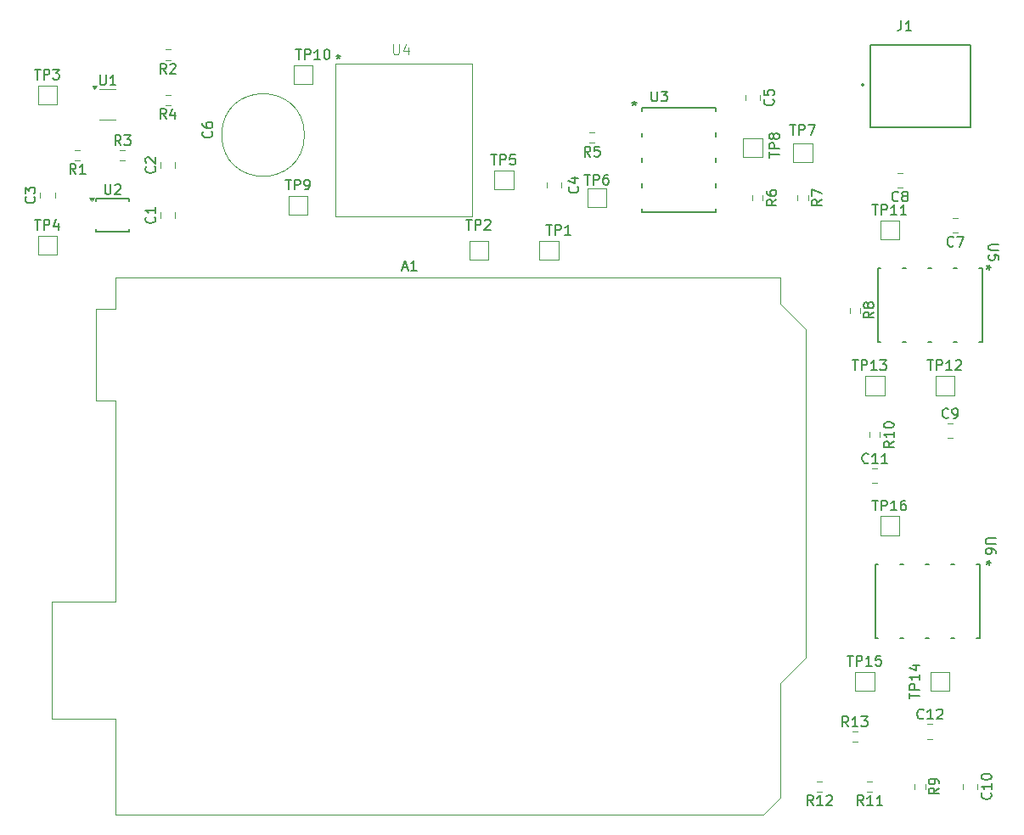
<source format=gbr>
%TF.GenerationSoftware,KiCad,Pcbnew,8.0.8*%
%TF.CreationDate,2025-03-06T15:39:58+05:30*%
%TF.ProjectId,bandara_ckt_pcb_naveen,62616e64-6172-4615-9f63-6b745f706362,v1*%
%TF.SameCoordinates,Original*%
%TF.FileFunction,Legend,Top*%
%TF.FilePolarity,Positive*%
%FSLAX46Y46*%
G04 Gerber Fmt 4.6, Leading zero omitted, Abs format (unit mm)*
G04 Created by KiCad (PCBNEW 8.0.8) date 2025-03-06 15:39:58*
%MOMM*%
%LPD*%
G01*
G04 APERTURE LIST*
%ADD10C,0.150000*%
%ADD11C,0.100000*%
%ADD12C,0.120000*%
%ADD13C,0.152400*%
%ADD14C,0.127000*%
%ADD15C,0.200000*%
G04 APERTURE END LIST*
D10*
X58333333Y-53884819D02*
X58000000Y-53408628D01*
X57761905Y-53884819D02*
X57761905Y-52884819D01*
X57761905Y-52884819D02*
X58142857Y-52884819D01*
X58142857Y-52884819D02*
X58238095Y-52932438D01*
X58238095Y-52932438D02*
X58285714Y-52980057D01*
X58285714Y-52980057D02*
X58333333Y-53075295D01*
X58333333Y-53075295D02*
X58333333Y-53218152D01*
X58333333Y-53218152D02*
X58285714Y-53313390D01*
X58285714Y-53313390D02*
X58238095Y-53361009D01*
X58238095Y-53361009D02*
X58142857Y-53408628D01*
X58142857Y-53408628D02*
X57761905Y-53408628D01*
X59190476Y-53218152D02*
X59190476Y-53884819D01*
X58952381Y-52837200D02*
X58714286Y-53551485D01*
X58714286Y-53551485D02*
X59333333Y-53551485D01*
X45238095Y-48954819D02*
X45809523Y-48954819D01*
X45523809Y-49954819D02*
X45523809Y-48954819D01*
X46142857Y-49954819D02*
X46142857Y-48954819D01*
X46142857Y-48954819D02*
X46523809Y-48954819D01*
X46523809Y-48954819D02*
X46619047Y-49002438D01*
X46619047Y-49002438D02*
X46666666Y-49050057D01*
X46666666Y-49050057D02*
X46714285Y-49145295D01*
X46714285Y-49145295D02*
X46714285Y-49288152D01*
X46714285Y-49288152D02*
X46666666Y-49383390D01*
X46666666Y-49383390D02*
X46619047Y-49431009D01*
X46619047Y-49431009D02*
X46523809Y-49478628D01*
X46523809Y-49478628D02*
X46142857Y-49478628D01*
X47047619Y-48954819D02*
X47666666Y-48954819D01*
X47666666Y-48954819D02*
X47333333Y-49335771D01*
X47333333Y-49335771D02*
X47476190Y-49335771D01*
X47476190Y-49335771D02*
X47571428Y-49383390D01*
X47571428Y-49383390D02*
X47619047Y-49431009D01*
X47619047Y-49431009D02*
X47666666Y-49526247D01*
X47666666Y-49526247D02*
X47666666Y-49764342D01*
X47666666Y-49764342D02*
X47619047Y-49859580D01*
X47619047Y-49859580D02*
X47571428Y-49907200D01*
X47571428Y-49907200D02*
X47476190Y-49954819D01*
X47476190Y-49954819D02*
X47190476Y-49954819D01*
X47190476Y-49954819D02*
X47095238Y-49907200D01*
X47095238Y-49907200D02*
X47047619Y-49859580D01*
X100643333Y-57654819D02*
X100310000Y-57178628D01*
X100071905Y-57654819D02*
X100071905Y-56654819D01*
X100071905Y-56654819D02*
X100452857Y-56654819D01*
X100452857Y-56654819D02*
X100548095Y-56702438D01*
X100548095Y-56702438D02*
X100595714Y-56750057D01*
X100595714Y-56750057D02*
X100643333Y-56845295D01*
X100643333Y-56845295D02*
X100643333Y-56988152D01*
X100643333Y-56988152D02*
X100595714Y-57083390D01*
X100595714Y-57083390D02*
X100548095Y-57131009D01*
X100548095Y-57131009D02*
X100452857Y-57178628D01*
X100452857Y-57178628D02*
X100071905Y-57178628D01*
X101548095Y-56654819D02*
X101071905Y-56654819D01*
X101071905Y-56654819D02*
X101024286Y-57131009D01*
X101024286Y-57131009D02*
X101071905Y-57083390D01*
X101071905Y-57083390D02*
X101167143Y-57035771D01*
X101167143Y-57035771D02*
X101405238Y-57035771D01*
X101405238Y-57035771D02*
X101500476Y-57083390D01*
X101500476Y-57083390D02*
X101548095Y-57131009D01*
X101548095Y-57131009D02*
X101595714Y-57226247D01*
X101595714Y-57226247D02*
X101595714Y-57464342D01*
X101595714Y-57464342D02*
X101548095Y-57559580D01*
X101548095Y-57559580D02*
X101500476Y-57607200D01*
X101500476Y-57607200D02*
X101405238Y-57654819D01*
X101405238Y-57654819D02*
X101167143Y-57654819D01*
X101167143Y-57654819D02*
X101071905Y-57607200D01*
X101071905Y-57607200D02*
X101024286Y-57559580D01*
X119194819Y-61936666D02*
X118718628Y-62269999D01*
X119194819Y-62508094D02*
X118194819Y-62508094D01*
X118194819Y-62508094D02*
X118194819Y-62127142D01*
X118194819Y-62127142D02*
X118242438Y-62031904D01*
X118242438Y-62031904D02*
X118290057Y-61984285D01*
X118290057Y-61984285D02*
X118385295Y-61936666D01*
X118385295Y-61936666D02*
X118528152Y-61936666D01*
X118528152Y-61936666D02*
X118623390Y-61984285D01*
X118623390Y-61984285D02*
X118671009Y-62031904D01*
X118671009Y-62031904D02*
X118718628Y-62127142D01*
X118718628Y-62127142D02*
X118718628Y-62508094D01*
X118194819Y-61079523D02*
X118194819Y-61269999D01*
X118194819Y-61269999D02*
X118242438Y-61365237D01*
X118242438Y-61365237D02*
X118290057Y-61412856D01*
X118290057Y-61412856D02*
X118432914Y-61508094D01*
X118432914Y-61508094D02*
X118623390Y-61555713D01*
X118623390Y-61555713D02*
X119004342Y-61555713D01*
X119004342Y-61555713D02*
X119099580Y-61508094D01*
X119099580Y-61508094D02*
X119147200Y-61460475D01*
X119147200Y-61460475D02*
X119194819Y-61365237D01*
X119194819Y-61365237D02*
X119194819Y-61174761D01*
X119194819Y-61174761D02*
X119147200Y-61079523D01*
X119147200Y-61079523D02*
X119099580Y-61031904D01*
X119099580Y-61031904D02*
X119004342Y-60984285D01*
X119004342Y-60984285D02*
X118766247Y-60984285D01*
X118766247Y-60984285D02*
X118671009Y-61031904D01*
X118671009Y-61031904D02*
X118623390Y-61079523D01*
X118623390Y-61079523D02*
X118575771Y-61174761D01*
X118575771Y-61174761D02*
X118575771Y-61365237D01*
X118575771Y-61365237D02*
X118623390Y-61460475D01*
X118623390Y-61460475D02*
X118671009Y-61508094D01*
X118671009Y-61508094D02*
X118766247Y-61555713D01*
X131333333Y-62039580D02*
X131285714Y-62087200D01*
X131285714Y-62087200D02*
X131142857Y-62134819D01*
X131142857Y-62134819D02*
X131047619Y-62134819D01*
X131047619Y-62134819D02*
X130904762Y-62087200D01*
X130904762Y-62087200D02*
X130809524Y-61991961D01*
X130809524Y-61991961D02*
X130761905Y-61896723D01*
X130761905Y-61896723D02*
X130714286Y-61706247D01*
X130714286Y-61706247D02*
X130714286Y-61563390D01*
X130714286Y-61563390D02*
X130761905Y-61372914D01*
X130761905Y-61372914D02*
X130809524Y-61277676D01*
X130809524Y-61277676D02*
X130904762Y-61182438D01*
X130904762Y-61182438D02*
X131047619Y-61134819D01*
X131047619Y-61134819D02*
X131142857Y-61134819D01*
X131142857Y-61134819D02*
X131285714Y-61182438D01*
X131285714Y-61182438D02*
X131333333Y-61230057D01*
X131904762Y-61563390D02*
X131809524Y-61515771D01*
X131809524Y-61515771D02*
X131761905Y-61468152D01*
X131761905Y-61468152D02*
X131714286Y-61372914D01*
X131714286Y-61372914D02*
X131714286Y-61325295D01*
X131714286Y-61325295D02*
X131761905Y-61230057D01*
X131761905Y-61230057D02*
X131809524Y-61182438D01*
X131809524Y-61182438D02*
X131904762Y-61134819D01*
X131904762Y-61134819D02*
X132095238Y-61134819D01*
X132095238Y-61134819D02*
X132190476Y-61182438D01*
X132190476Y-61182438D02*
X132238095Y-61230057D01*
X132238095Y-61230057D02*
X132285714Y-61325295D01*
X132285714Y-61325295D02*
X132285714Y-61372914D01*
X132285714Y-61372914D02*
X132238095Y-61468152D01*
X132238095Y-61468152D02*
X132190476Y-61515771D01*
X132190476Y-61515771D02*
X132095238Y-61563390D01*
X132095238Y-61563390D02*
X131904762Y-61563390D01*
X131904762Y-61563390D02*
X131809524Y-61611009D01*
X131809524Y-61611009D02*
X131761905Y-61658628D01*
X131761905Y-61658628D02*
X131714286Y-61753866D01*
X131714286Y-61753866D02*
X131714286Y-61944342D01*
X131714286Y-61944342D02*
X131761905Y-62039580D01*
X131761905Y-62039580D02*
X131809524Y-62087200D01*
X131809524Y-62087200D02*
X131904762Y-62134819D01*
X131904762Y-62134819D02*
X132095238Y-62134819D01*
X132095238Y-62134819D02*
X132190476Y-62087200D01*
X132190476Y-62087200D02*
X132238095Y-62039580D01*
X132238095Y-62039580D02*
X132285714Y-61944342D01*
X132285714Y-61944342D02*
X132285714Y-61753866D01*
X132285714Y-61753866D02*
X132238095Y-61658628D01*
X132238095Y-61658628D02*
X132190476Y-61611009D01*
X132190476Y-61611009D02*
X132095238Y-61563390D01*
D11*
X80984095Y-46457419D02*
X80984095Y-47266942D01*
X80984095Y-47266942D02*
X81031714Y-47362180D01*
X81031714Y-47362180D02*
X81079333Y-47409800D01*
X81079333Y-47409800D02*
X81174571Y-47457419D01*
X81174571Y-47457419D02*
X81365047Y-47457419D01*
X81365047Y-47457419D02*
X81460285Y-47409800D01*
X81460285Y-47409800D02*
X81507904Y-47362180D01*
X81507904Y-47362180D02*
X81555523Y-47266942D01*
X81555523Y-47266942D02*
X81555523Y-46457419D01*
X82460285Y-46790752D02*
X82460285Y-47457419D01*
X82222190Y-46409800D02*
X81984095Y-47124085D01*
X81984095Y-47124085D02*
X82603142Y-47124085D01*
D10*
X134261905Y-77954819D02*
X134833333Y-77954819D01*
X134547619Y-78954819D02*
X134547619Y-77954819D01*
X135166667Y-78954819D02*
X135166667Y-77954819D01*
X135166667Y-77954819D02*
X135547619Y-77954819D01*
X135547619Y-77954819D02*
X135642857Y-78002438D01*
X135642857Y-78002438D02*
X135690476Y-78050057D01*
X135690476Y-78050057D02*
X135738095Y-78145295D01*
X135738095Y-78145295D02*
X135738095Y-78288152D01*
X135738095Y-78288152D02*
X135690476Y-78383390D01*
X135690476Y-78383390D02*
X135642857Y-78431009D01*
X135642857Y-78431009D02*
X135547619Y-78478628D01*
X135547619Y-78478628D02*
X135166667Y-78478628D01*
X136690476Y-78954819D02*
X136119048Y-78954819D01*
X136404762Y-78954819D02*
X136404762Y-77954819D01*
X136404762Y-77954819D02*
X136309524Y-78097676D01*
X136309524Y-78097676D02*
X136214286Y-78192914D01*
X136214286Y-78192914D02*
X136119048Y-78240533D01*
X137071429Y-78050057D02*
X137119048Y-78002438D01*
X137119048Y-78002438D02*
X137214286Y-77954819D01*
X137214286Y-77954819D02*
X137452381Y-77954819D01*
X137452381Y-77954819D02*
X137547619Y-78002438D01*
X137547619Y-78002438D02*
X137595238Y-78050057D01*
X137595238Y-78050057D02*
X137642857Y-78145295D01*
X137642857Y-78145295D02*
X137642857Y-78240533D01*
X137642857Y-78240533D02*
X137595238Y-78383390D01*
X137595238Y-78383390D02*
X137023810Y-78954819D01*
X137023810Y-78954819D02*
X137642857Y-78954819D01*
X51738095Y-49504819D02*
X51738095Y-50314342D01*
X51738095Y-50314342D02*
X51785714Y-50409580D01*
X51785714Y-50409580D02*
X51833333Y-50457200D01*
X51833333Y-50457200D02*
X51928571Y-50504819D01*
X51928571Y-50504819D02*
X52119047Y-50504819D01*
X52119047Y-50504819D02*
X52214285Y-50457200D01*
X52214285Y-50457200D02*
X52261904Y-50409580D01*
X52261904Y-50409580D02*
X52309523Y-50314342D01*
X52309523Y-50314342D02*
X52309523Y-49504819D01*
X53309523Y-50504819D02*
X52738095Y-50504819D01*
X53023809Y-50504819D02*
X53023809Y-49504819D01*
X53023809Y-49504819D02*
X52928571Y-49647676D01*
X52928571Y-49647676D02*
X52833333Y-49742914D01*
X52833333Y-49742914D02*
X52738095Y-49790533D01*
X140539580Y-121142857D02*
X140587200Y-121190476D01*
X140587200Y-121190476D02*
X140634819Y-121333333D01*
X140634819Y-121333333D02*
X140634819Y-121428571D01*
X140634819Y-121428571D02*
X140587200Y-121571428D01*
X140587200Y-121571428D02*
X140491961Y-121666666D01*
X140491961Y-121666666D02*
X140396723Y-121714285D01*
X140396723Y-121714285D02*
X140206247Y-121761904D01*
X140206247Y-121761904D02*
X140063390Y-121761904D01*
X140063390Y-121761904D02*
X139872914Y-121714285D01*
X139872914Y-121714285D02*
X139777676Y-121666666D01*
X139777676Y-121666666D02*
X139682438Y-121571428D01*
X139682438Y-121571428D02*
X139634819Y-121428571D01*
X139634819Y-121428571D02*
X139634819Y-121333333D01*
X139634819Y-121333333D02*
X139682438Y-121190476D01*
X139682438Y-121190476D02*
X139730057Y-121142857D01*
X140634819Y-120190476D02*
X140634819Y-120761904D01*
X140634819Y-120476190D02*
X139634819Y-120476190D01*
X139634819Y-120476190D02*
X139777676Y-120571428D01*
X139777676Y-120571428D02*
X139872914Y-120666666D01*
X139872914Y-120666666D02*
X139920533Y-120761904D01*
X139634819Y-119571428D02*
X139634819Y-119476190D01*
X139634819Y-119476190D02*
X139682438Y-119380952D01*
X139682438Y-119380952D02*
X139730057Y-119333333D01*
X139730057Y-119333333D02*
X139825295Y-119285714D01*
X139825295Y-119285714D02*
X140015771Y-119238095D01*
X140015771Y-119238095D02*
X140253866Y-119238095D01*
X140253866Y-119238095D02*
X140444342Y-119285714D01*
X140444342Y-119285714D02*
X140539580Y-119333333D01*
X140539580Y-119333333D02*
X140587200Y-119380952D01*
X140587200Y-119380952D02*
X140634819Y-119476190D01*
X140634819Y-119476190D02*
X140634819Y-119571428D01*
X140634819Y-119571428D02*
X140587200Y-119666666D01*
X140587200Y-119666666D02*
X140539580Y-119714285D01*
X140539580Y-119714285D02*
X140444342Y-119761904D01*
X140444342Y-119761904D02*
X140253866Y-119809523D01*
X140253866Y-119809523D02*
X140015771Y-119809523D01*
X140015771Y-119809523D02*
X139825295Y-119761904D01*
X139825295Y-119761904D02*
X139730057Y-119714285D01*
X139730057Y-119714285D02*
X139682438Y-119666666D01*
X139682438Y-119666666D02*
X139634819Y-119571428D01*
X136833333Y-66539580D02*
X136785714Y-66587200D01*
X136785714Y-66587200D02*
X136642857Y-66634819D01*
X136642857Y-66634819D02*
X136547619Y-66634819D01*
X136547619Y-66634819D02*
X136404762Y-66587200D01*
X136404762Y-66587200D02*
X136309524Y-66491961D01*
X136309524Y-66491961D02*
X136261905Y-66396723D01*
X136261905Y-66396723D02*
X136214286Y-66206247D01*
X136214286Y-66206247D02*
X136214286Y-66063390D01*
X136214286Y-66063390D02*
X136261905Y-65872914D01*
X136261905Y-65872914D02*
X136309524Y-65777676D01*
X136309524Y-65777676D02*
X136404762Y-65682438D01*
X136404762Y-65682438D02*
X136547619Y-65634819D01*
X136547619Y-65634819D02*
X136642857Y-65634819D01*
X136642857Y-65634819D02*
X136785714Y-65682438D01*
X136785714Y-65682438D02*
X136833333Y-65730057D01*
X137166667Y-65634819D02*
X137833333Y-65634819D01*
X137833333Y-65634819D02*
X137404762Y-66634819D01*
X106738095Y-51144819D02*
X106738095Y-51954342D01*
X106738095Y-51954342D02*
X106785714Y-52049580D01*
X106785714Y-52049580D02*
X106833333Y-52097200D01*
X106833333Y-52097200D02*
X106928571Y-52144819D01*
X106928571Y-52144819D02*
X107119047Y-52144819D01*
X107119047Y-52144819D02*
X107214285Y-52097200D01*
X107214285Y-52097200D02*
X107261904Y-52049580D01*
X107261904Y-52049580D02*
X107309523Y-51954342D01*
X107309523Y-51954342D02*
X107309523Y-51144819D01*
X107690476Y-51144819D02*
X108309523Y-51144819D01*
X108309523Y-51144819D02*
X107976190Y-51525771D01*
X107976190Y-51525771D02*
X108119047Y-51525771D01*
X108119047Y-51525771D02*
X108214285Y-51573390D01*
X108214285Y-51573390D02*
X108261904Y-51621009D01*
X108261904Y-51621009D02*
X108309523Y-51716247D01*
X108309523Y-51716247D02*
X108309523Y-51954342D01*
X108309523Y-51954342D02*
X108261904Y-52049580D01*
X108261904Y-52049580D02*
X108214285Y-52097200D01*
X108214285Y-52097200D02*
X108119047Y-52144819D01*
X108119047Y-52144819D02*
X107833333Y-52144819D01*
X107833333Y-52144819D02*
X107738095Y-52097200D01*
X107738095Y-52097200D02*
X107690476Y-52049580D01*
X75500000Y-47454819D02*
X75500000Y-47692914D01*
X75261905Y-47597676D02*
X75500000Y-47692914D01*
X75500000Y-47692914D02*
X75738095Y-47597676D01*
X75357143Y-47883390D02*
X75500000Y-47692914D01*
X75500000Y-47692914D02*
X75642857Y-47883390D01*
X105000000Y-52120819D02*
X105000000Y-52358914D01*
X104761905Y-52263676D02*
X105000000Y-52358914D01*
X105000000Y-52358914D02*
X105238095Y-52263676D01*
X104857143Y-52549390D02*
X105000000Y-52358914D01*
X105000000Y-52358914D02*
X105142857Y-52549390D01*
X81880714Y-68729104D02*
X82356904Y-68729104D01*
X81785476Y-69014819D02*
X82118809Y-68014819D01*
X82118809Y-68014819D02*
X82452142Y-69014819D01*
X83309285Y-69014819D02*
X82737857Y-69014819D01*
X83023571Y-69014819D02*
X83023571Y-68014819D01*
X83023571Y-68014819D02*
X82928333Y-68157676D01*
X82928333Y-68157676D02*
X82833095Y-68252914D01*
X82833095Y-68252914D02*
X82737857Y-68300533D01*
X70238095Y-59954819D02*
X70809523Y-59954819D01*
X70523809Y-60954819D02*
X70523809Y-59954819D01*
X71142857Y-60954819D02*
X71142857Y-59954819D01*
X71142857Y-59954819D02*
X71523809Y-59954819D01*
X71523809Y-59954819D02*
X71619047Y-60002438D01*
X71619047Y-60002438D02*
X71666666Y-60050057D01*
X71666666Y-60050057D02*
X71714285Y-60145295D01*
X71714285Y-60145295D02*
X71714285Y-60288152D01*
X71714285Y-60288152D02*
X71666666Y-60383390D01*
X71666666Y-60383390D02*
X71619047Y-60431009D01*
X71619047Y-60431009D02*
X71523809Y-60478628D01*
X71523809Y-60478628D02*
X71142857Y-60478628D01*
X72190476Y-60954819D02*
X72380952Y-60954819D01*
X72380952Y-60954819D02*
X72476190Y-60907200D01*
X72476190Y-60907200D02*
X72523809Y-60859580D01*
X72523809Y-60859580D02*
X72619047Y-60716723D01*
X72619047Y-60716723D02*
X72666666Y-60526247D01*
X72666666Y-60526247D02*
X72666666Y-60145295D01*
X72666666Y-60145295D02*
X72619047Y-60050057D01*
X72619047Y-60050057D02*
X72571428Y-60002438D01*
X72571428Y-60002438D02*
X72476190Y-59954819D01*
X72476190Y-59954819D02*
X72285714Y-59954819D01*
X72285714Y-59954819D02*
X72190476Y-60002438D01*
X72190476Y-60002438D02*
X72142857Y-60050057D01*
X72142857Y-60050057D02*
X72095238Y-60145295D01*
X72095238Y-60145295D02*
X72095238Y-60383390D01*
X72095238Y-60383390D02*
X72142857Y-60478628D01*
X72142857Y-60478628D02*
X72190476Y-60526247D01*
X72190476Y-60526247D02*
X72285714Y-60573866D01*
X72285714Y-60573866D02*
X72476190Y-60573866D01*
X72476190Y-60573866D02*
X72571428Y-60526247D01*
X72571428Y-60526247D02*
X72619047Y-60478628D01*
X72619047Y-60478628D02*
X72666666Y-60383390D01*
X127857142Y-122384819D02*
X127523809Y-121908628D01*
X127285714Y-122384819D02*
X127285714Y-121384819D01*
X127285714Y-121384819D02*
X127666666Y-121384819D01*
X127666666Y-121384819D02*
X127761904Y-121432438D01*
X127761904Y-121432438D02*
X127809523Y-121480057D01*
X127809523Y-121480057D02*
X127857142Y-121575295D01*
X127857142Y-121575295D02*
X127857142Y-121718152D01*
X127857142Y-121718152D02*
X127809523Y-121813390D01*
X127809523Y-121813390D02*
X127761904Y-121861009D01*
X127761904Y-121861009D02*
X127666666Y-121908628D01*
X127666666Y-121908628D02*
X127285714Y-121908628D01*
X128809523Y-122384819D02*
X128238095Y-122384819D01*
X128523809Y-122384819D02*
X128523809Y-121384819D01*
X128523809Y-121384819D02*
X128428571Y-121527676D01*
X128428571Y-121527676D02*
X128333333Y-121622914D01*
X128333333Y-121622914D02*
X128238095Y-121670533D01*
X129761904Y-122384819D02*
X129190476Y-122384819D01*
X129476190Y-122384819D02*
X129476190Y-121384819D01*
X129476190Y-121384819D02*
X129380952Y-121527676D01*
X129380952Y-121527676D02*
X129285714Y-121622914D01*
X129285714Y-121622914D02*
X129190476Y-121670533D01*
X57179580Y-63666666D02*
X57227200Y-63714285D01*
X57227200Y-63714285D02*
X57274819Y-63857142D01*
X57274819Y-63857142D02*
X57274819Y-63952380D01*
X57274819Y-63952380D02*
X57227200Y-64095237D01*
X57227200Y-64095237D02*
X57131961Y-64190475D01*
X57131961Y-64190475D02*
X57036723Y-64238094D01*
X57036723Y-64238094D02*
X56846247Y-64285713D01*
X56846247Y-64285713D02*
X56703390Y-64285713D01*
X56703390Y-64285713D02*
X56512914Y-64238094D01*
X56512914Y-64238094D02*
X56417676Y-64190475D01*
X56417676Y-64190475D02*
X56322438Y-64095237D01*
X56322438Y-64095237D02*
X56274819Y-63952380D01*
X56274819Y-63952380D02*
X56274819Y-63857142D01*
X56274819Y-63857142D02*
X56322438Y-63714285D01*
X56322438Y-63714285D02*
X56370057Y-63666666D01*
X57274819Y-62714285D02*
X57274819Y-63285713D01*
X57274819Y-62999999D02*
X56274819Y-62999999D01*
X56274819Y-62999999D02*
X56417676Y-63095237D01*
X56417676Y-63095237D02*
X56512914Y-63190475D01*
X56512914Y-63190475D02*
X56560533Y-63285713D01*
X130884819Y-86055357D02*
X130408628Y-86388690D01*
X130884819Y-86626785D02*
X129884819Y-86626785D01*
X129884819Y-86626785D02*
X129884819Y-86245833D01*
X129884819Y-86245833D02*
X129932438Y-86150595D01*
X129932438Y-86150595D02*
X129980057Y-86102976D01*
X129980057Y-86102976D02*
X130075295Y-86055357D01*
X130075295Y-86055357D02*
X130218152Y-86055357D01*
X130218152Y-86055357D02*
X130313390Y-86102976D01*
X130313390Y-86102976D02*
X130361009Y-86150595D01*
X130361009Y-86150595D02*
X130408628Y-86245833D01*
X130408628Y-86245833D02*
X130408628Y-86626785D01*
X130884819Y-85102976D02*
X130884819Y-85674404D01*
X130884819Y-85388690D02*
X129884819Y-85388690D01*
X129884819Y-85388690D02*
X130027676Y-85483928D01*
X130027676Y-85483928D02*
X130122914Y-85579166D01*
X130122914Y-85579166D02*
X130170533Y-85674404D01*
X129884819Y-84483928D02*
X129884819Y-84388690D01*
X129884819Y-84388690D02*
X129932438Y-84293452D01*
X129932438Y-84293452D02*
X129980057Y-84245833D01*
X129980057Y-84245833D02*
X130075295Y-84198214D01*
X130075295Y-84198214D02*
X130265771Y-84150595D01*
X130265771Y-84150595D02*
X130503866Y-84150595D01*
X130503866Y-84150595D02*
X130694342Y-84198214D01*
X130694342Y-84198214D02*
X130789580Y-84245833D01*
X130789580Y-84245833D02*
X130837200Y-84293452D01*
X130837200Y-84293452D02*
X130884819Y-84388690D01*
X130884819Y-84388690D02*
X130884819Y-84483928D01*
X130884819Y-84483928D02*
X130837200Y-84579166D01*
X130837200Y-84579166D02*
X130789580Y-84626785D01*
X130789580Y-84626785D02*
X130694342Y-84674404D01*
X130694342Y-84674404D02*
X130503866Y-84722023D01*
X130503866Y-84722023D02*
X130265771Y-84722023D01*
X130265771Y-84722023D02*
X130075295Y-84674404D01*
X130075295Y-84674404D02*
X129980057Y-84626785D01*
X129980057Y-84626785D02*
X129932438Y-84579166D01*
X129932438Y-84579166D02*
X129884819Y-84483928D01*
X90738095Y-57454819D02*
X91309523Y-57454819D01*
X91023809Y-58454819D02*
X91023809Y-57454819D01*
X91642857Y-58454819D02*
X91642857Y-57454819D01*
X91642857Y-57454819D02*
X92023809Y-57454819D01*
X92023809Y-57454819D02*
X92119047Y-57502438D01*
X92119047Y-57502438D02*
X92166666Y-57550057D01*
X92166666Y-57550057D02*
X92214285Y-57645295D01*
X92214285Y-57645295D02*
X92214285Y-57788152D01*
X92214285Y-57788152D02*
X92166666Y-57883390D01*
X92166666Y-57883390D02*
X92119047Y-57931009D01*
X92119047Y-57931009D02*
X92023809Y-57978628D01*
X92023809Y-57978628D02*
X91642857Y-57978628D01*
X93119047Y-57454819D02*
X92642857Y-57454819D01*
X92642857Y-57454819D02*
X92595238Y-57931009D01*
X92595238Y-57931009D02*
X92642857Y-57883390D01*
X92642857Y-57883390D02*
X92738095Y-57835771D01*
X92738095Y-57835771D02*
X92976190Y-57835771D01*
X92976190Y-57835771D02*
X93071428Y-57883390D01*
X93071428Y-57883390D02*
X93119047Y-57931009D01*
X93119047Y-57931009D02*
X93166666Y-58026247D01*
X93166666Y-58026247D02*
X93166666Y-58264342D01*
X93166666Y-58264342D02*
X93119047Y-58359580D01*
X93119047Y-58359580D02*
X93071428Y-58407200D01*
X93071428Y-58407200D02*
X92976190Y-58454819D01*
X92976190Y-58454819D02*
X92738095Y-58454819D01*
X92738095Y-58454819D02*
X92642857Y-58407200D01*
X92642857Y-58407200D02*
X92595238Y-58359580D01*
X122857142Y-122384819D02*
X122523809Y-121908628D01*
X122285714Y-122384819D02*
X122285714Y-121384819D01*
X122285714Y-121384819D02*
X122666666Y-121384819D01*
X122666666Y-121384819D02*
X122761904Y-121432438D01*
X122761904Y-121432438D02*
X122809523Y-121480057D01*
X122809523Y-121480057D02*
X122857142Y-121575295D01*
X122857142Y-121575295D02*
X122857142Y-121718152D01*
X122857142Y-121718152D02*
X122809523Y-121813390D01*
X122809523Y-121813390D02*
X122761904Y-121861009D01*
X122761904Y-121861009D02*
X122666666Y-121908628D01*
X122666666Y-121908628D02*
X122285714Y-121908628D01*
X123809523Y-122384819D02*
X123238095Y-122384819D01*
X123523809Y-122384819D02*
X123523809Y-121384819D01*
X123523809Y-121384819D02*
X123428571Y-121527676D01*
X123428571Y-121527676D02*
X123333333Y-121622914D01*
X123333333Y-121622914D02*
X123238095Y-121670533D01*
X124190476Y-121480057D02*
X124238095Y-121432438D01*
X124238095Y-121432438D02*
X124333333Y-121384819D01*
X124333333Y-121384819D02*
X124571428Y-121384819D01*
X124571428Y-121384819D02*
X124666666Y-121432438D01*
X124666666Y-121432438D02*
X124714285Y-121480057D01*
X124714285Y-121480057D02*
X124761904Y-121575295D01*
X124761904Y-121575295D02*
X124761904Y-121670533D01*
X124761904Y-121670533D02*
X124714285Y-121813390D01*
X124714285Y-121813390D02*
X124142857Y-122384819D01*
X124142857Y-122384819D02*
X124761904Y-122384819D01*
X100048095Y-59454819D02*
X100619523Y-59454819D01*
X100333809Y-60454819D02*
X100333809Y-59454819D01*
X100952857Y-60454819D02*
X100952857Y-59454819D01*
X100952857Y-59454819D02*
X101333809Y-59454819D01*
X101333809Y-59454819D02*
X101429047Y-59502438D01*
X101429047Y-59502438D02*
X101476666Y-59550057D01*
X101476666Y-59550057D02*
X101524285Y-59645295D01*
X101524285Y-59645295D02*
X101524285Y-59788152D01*
X101524285Y-59788152D02*
X101476666Y-59883390D01*
X101476666Y-59883390D02*
X101429047Y-59931009D01*
X101429047Y-59931009D02*
X101333809Y-59978628D01*
X101333809Y-59978628D02*
X100952857Y-59978628D01*
X102381428Y-59454819D02*
X102190952Y-59454819D01*
X102190952Y-59454819D02*
X102095714Y-59502438D01*
X102095714Y-59502438D02*
X102048095Y-59550057D01*
X102048095Y-59550057D02*
X101952857Y-59692914D01*
X101952857Y-59692914D02*
X101905238Y-59883390D01*
X101905238Y-59883390D02*
X101905238Y-60264342D01*
X101905238Y-60264342D02*
X101952857Y-60359580D01*
X101952857Y-60359580D02*
X102000476Y-60407200D01*
X102000476Y-60407200D02*
X102095714Y-60454819D01*
X102095714Y-60454819D02*
X102286190Y-60454819D01*
X102286190Y-60454819D02*
X102381428Y-60407200D01*
X102381428Y-60407200D02*
X102429047Y-60359580D01*
X102429047Y-60359580D02*
X102476666Y-60264342D01*
X102476666Y-60264342D02*
X102476666Y-60026247D01*
X102476666Y-60026247D02*
X102429047Y-59931009D01*
X102429047Y-59931009D02*
X102381428Y-59883390D01*
X102381428Y-59883390D02*
X102286190Y-59835771D01*
X102286190Y-59835771D02*
X102095714Y-59835771D01*
X102095714Y-59835771D02*
X102000476Y-59883390D01*
X102000476Y-59883390D02*
X101952857Y-59931009D01*
X101952857Y-59931009D02*
X101905238Y-60026247D01*
X57179580Y-58666666D02*
X57227200Y-58714285D01*
X57227200Y-58714285D02*
X57274819Y-58857142D01*
X57274819Y-58857142D02*
X57274819Y-58952380D01*
X57274819Y-58952380D02*
X57227200Y-59095237D01*
X57227200Y-59095237D02*
X57131961Y-59190475D01*
X57131961Y-59190475D02*
X57036723Y-59238094D01*
X57036723Y-59238094D02*
X56846247Y-59285713D01*
X56846247Y-59285713D02*
X56703390Y-59285713D01*
X56703390Y-59285713D02*
X56512914Y-59238094D01*
X56512914Y-59238094D02*
X56417676Y-59190475D01*
X56417676Y-59190475D02*
X56322438Y-59095237D01*
X56322438Y-59095237D02*
X56274819Y-58952380D01*
X56274819Y-58952380D02*
X56274819Y-58857142D01*
X56274819Y-58857142D02*
X56322438Y-58714285D01*
X56322438Y-58714285D02*
X56370057Y-58666666D01*
X56370057Y-58285713D02*
X56322438Y-58238094D01*
X56322438Y-58238094D02*
X56274819Y-58142856D01*
X56274819Y-58142856D02*
X56274819Y-57904761D01*
X56274819Y-57904761D02*
X56322438Y-57809523D01*
X56322438Y-57809523D02*
X56370057Y-57761904D01*
X56370057Y-57761904D02*
X56465295Y-57714285D01*
X56465295Y-57714285D02*
X56560533Y-57714285D01*
X56560533Y-57714285D02*
X56703390Y-57761904D01*
X56703390Y-57761904D02*
X57274819Y-58333332D01*
X57274819Y-58333332D02*
X57274819Y-57714285D01*
X96238095Y-64454819D02*
X96809523Y-64454819D01*
X96523809Y-65454819D02*
X96523809Y-64454819D01*
X97142857Y-65454819D02*
X97142857Y-64454819D01*
X97142857Y-64454819D02*
X97523809Y-64454819D01*
X97523809Y-64454819D02*
X97619047Y-64502438D01*
X97619047Y-64502438D02*
X97666666Y-64550057D01*
X97666666Y-64550057D02*
X97714285Y-64645295D01*
X97714285Y-64645295D02*
X97714285Y-64788152D01*
X97714285Y-64788152D02*
X97666666Y-64883390D01*
X97666666Y-64883390D02*
X97619047Y-64931009D01*
X97619047Y-64931009D02*
X97523809Y-64978628D01*
X97523809Y-64978628D02*
X97142857Y-64978628D01*
X98666666Y-65454819D02*
X98095238Y-65454819D01*
X98380952Y-65454819D02*
X98380952Y-64454819D01*
X98380952Y-64454819D02*
X98285714Y-64597676D01*
X98285714Y-64597676D02*
X98190476Y-64692914D01*
X98190476Y-64692914D02*
X98095238Y-64740533D01*
X88238095Y-63954819D02*
X88809523Y-63954819D01*
X88523809Y-64954819D02*
X88523809Y-63954819D01*
X89142857Y-64954819D02*
X89142857Y-63954819D01*
X89142857Y-63954819D02*
X89523809Y-63954819D01*
X89523809Y-63954819D02*
X89619047Y-64002438D01*
X89619047Y-64002438D02*
X89666666Y-64050057D01*
X89666666Y-64050057D02*
X89714285Y-64145295D01*
X89714285Y-64145295D02*
X89714285Y-64288152D01*
X89714285Y-64288152D02*
X89666666Y-64383390D01*
X89666666Y-64383390D02*
X89619047Y-64431009D01*
X89619047Y-64431009D02*
X89523809Y-64478628D01*
X89523809Y-64478628D02*
X89142857Y-64478628D01*
X90095238Y-64050057D02*
X90142857Y-64002438D01*
X90142857Y-64002438D02*
X90238095Y-63954819D01*
X90238095Y-63954819D02*
X90476190Y-63954819D01*
X90476190Y-63954819D02*
X90571428Y-64002438D01*
X90571428Y-64002438D02*
X90619047Y-64050057D01*
X90619047Y-64050057D02*
X90666666Y-64145295D01*
X90666666Y-64145295D02*
X90666666Y-64240533D01*
X90666666Y-64240533D02*
X90619047Y-64383390D01*
X90619047Y-64383390D02*
X90047619Y-64954819D01*
X90047619Y-64954819D02*
X90666666Y-64954819D01*
X128357142Y-88179580D02*
X128309523Y-88227200D01*
X128309523Y-88227200D02*
X128166666Y-88274819D01*
X128166666Y-88274819D02*
X128071428Y-88274819D01*
X128071428Y-88274819D02*
X127928571Y-88227200D01*
X127928571Y-88227200D02*
X127833333Y-88131961D01*
X127833333Y-88131961D02*
X127785714Y-88036723D01*
X127785714Y-88036723D02*
X127738095Y-87846247D01*
X127738095Y-87846247D02*
X127738095Y-87703390D01*
X127738095Y-87703390D02*
X127785714Y-87512914D01*
X127785714Y-87512914D02*
X127833333Y-87417676D01*
X127833333Y-87417676D02*
X127928571Y-87322438D01*
X127928571Y-87322438D02*
X128071428Y-87274819D01*
X128071428Y-87274819D02*
X128166666Y-87274819D01*
X128166666Y-87274819D02*
X128309523Y-87322438D01*
X128309523Y-87322438D02*
X128357142Y-87370057D01*
X129309523Y-88274819D02*
X128738095Y-88274819D01*
X129023809Y-88274819D02*
X129023809Y-87274819D01*
X129023809Y-87274819D02*
X128928571Y-87417676D01*
X128928571Y-87417676D02*
X128833333Y-87512914D01*
X128833333Y-87512914D02*
X128738095Y-87560533D01*
X130261904Y-88274819D02*
X129690476Y-88274819D01*
X129976190Y-88274819D02*
X129976190Y-87274819D01*
X129976190Y-87274819D02*
X129880952Y-87417676D01*
X129880952Y-87417676D02*
X129785714Y-87512914D01*
X129785714Y-87512914D02*
X129690476Y-87560533D01*
X135384819Y-120666666D02*
X134908628Y-120999999D01*
X135384819Y-121238094D02*
X134384819Y-121238094D01*
X134384819Y-121238094D02*
X134384819Y-120857142D01*
X134384819Y-120857142D02*
X134432438Y-120761904D01*
X134432438Y-120761904D02*
X134480057Y-120714285D01*
X134480057Y-120714285D02*
X134575295Y-120666666D01*
X134575295Y-120666666D02*
X134718152Y-120666666D01*
X134718152Y-120666666D02*
X134813390Y-120714285D01*
X134813390Y-120714285D02*
X134861009Y-120761904D01*
X134861009Y-120761904D02*
X134908628Y-120857142D01*
X134908628Y-120857142D02*
X134908628Y-121238094D01*
X135384819Y-120190475D02*
X135384819Y-119999999D01*
X135384819Y-119999999D02*
X135337200Y-119904761D01*
X135337200Y-119904761D02*
X135289580Y-119857142D01*
X135289580Y-119857142D02*
X135146723Y-119761904D01*
X135146723Y-119761904D02*
X134956247Y-119714285D01*
X134956247Y-119714285D02*
X134575295Y-119714285D01*
X134575295Y-119714285D02*
X134480057Y-119761904D01*
X134480057Y-119761904D02*
X134432438Y-119809523D01*
X134432438Y-119809523D02*
X134384819Y-119904761D01*
X134384819Y-119904761D02*
X134384819Y-120095237D01*
X134384819Y-120095237D02*
X134432438Y-120190475D01*
X134432438Y-120190475D02*
X134480057Y-120238094D01*
X134480057Y-120238094D02*
X134575295Y-120285713D01*
X134575295Y-120285713D02*
X134813390Y-120285713D01*
X134813390Y-120285713D02*
X134908628Y-120238094D01*
X134908628Y-120238094D02*
X134956247Y-120190475D01*
X134956247Y-120190475D02*
X135003866Y-120095237D01*
X135003866Y-120095237D02*
X135003866Y-119904761D01*
X135003866Y-119904761D02*
X134956247Y-119809523D01*
X134956247Y-119809523D02*
X134908628Y-119761904D01*
X134908628Y-119761904D02*
X134813390Y-119714285D01*
X126261905Y-107456819D02*
X126833333Y-107456819D01*
X126547619Y-108456819D02*
X126547619Y-107456819D01*
X127166667Y-108456819D02*
X127166667Y-107456819D01*
X127166667Y-107456819D02*
X127547619Y-107456819D01*
X127547619Y-107456819D02*
X127642857Y-107504438D01*
X127642857Y-107504438D02*
X127690476Y-107552057D01*
X127690476Y-107552057D02*
X127738095Y-107647295D01*
X127738095Y-107647295D02*
X127738095Y-107790152D01*
X127738095Y-107790152D02*
X127690476Y-107885390D01*
X127690476Y-107885390D02*
X127642857Y-107933009D01*
X127642857Y-107933009D02*
X127547619Y-107980628D01*
X127547619Y-107980628D02*
X127166667Y-107980628D01*
X128690476Y-108456819D02*
X128119048Y-108456819D01*
X128404762Y-108456819D02*
X128404762Y-107456819D01*
X128404762Y-107456819D02*
X128309524Y-107599676D01*
X128309524Y-107599676D02*
X128214286Y-107694914D01*
X128214286Y-107694914D02*
X128119048Y-107742533D01*
X129595238Y-107456819D02*
X129119048Y-107456819D01*
X129119048Y-107456819D02*
X129071429Y-107933009D01*
X129071429Y-107933009D02*
X129119048Y-107885390D01*
X129119048Y-107885390D02*
X129214286Y-107837771D01*
X129214286Y-107837771D02*
X129452381Y-107837771D01*
X129452381Y-107837771D02*
X129547619Y-107885390D01*
X129547619Y-107885390D02*
X129595238Y-107933009D01*
X129595238Y-107933009D02*
X129642857Y-108028247D01*
X129642857Y-108028247D02*
X129642857Y-108266342D01*
X129642857Y-108266342D02*
X129595238Y-108361580D01*
X129595238Y-108361580D02*
X129547619Y-108409200D01*
X129547619Y-108409200D02*
X129452381Y-108456819D01*
X129452381Y-108456819D02*
X129214286Y-108456819D01*
X129214286Y-108456819D02*
X129119048Y-108409200D01*
X129119048Y-108409200D02*
X129071429Y-108361580D01*
X128884819Y-73166666D02*
X128408628Y-73499999D01*
X128884819Y-73738094D02*
X127884819Y-73738094D01*
X127884819Y-73738094D02*
X127884819Y-73357142D01*
X127884819Y-73357142D02*
X127932438Y-73261904D01*
X127932438Y-73261904D02*
X127980057Y-73214285D01*
X127980057Y-73214285D02*
X128075295Y-73166666D01*
X128075295Y-73166666D02*
X128218152Y-73166666D01*
X128218152Y-73166666D02*
X128313390Y-73214285D01*
X128313390Y-73214285D02*
X128361009Y-73261904D01*
X128361009Y-73261904D02*
X128408628Y-73357142D01*
X128408628Y-73357142D02*
X128408628Y-73738094D01*
X128313390Y-72595237D02*
X128265771Y-72690475D01*
X128265771Y-72690475D02*
X128218152Y-72738094D01*
X128218152Y-72738094D02*
X128122914Y-72785713D01*
X128122914Y-72785713D02*
X128075295Y-72785713D01*
X128075295Y-72785713D02*
X127980057Y-72738094D01*
X127980057Y-72738094D02*
X127932438Y-72690475D01*
X127932438Y-72690475D02*
X127884819Y-72595237D01*
X127884819Y-72595237D02*
X127884819Y-72404761D01*
X127884819Y-72404761D02*
X127932438Y-72309523D01*
X127932438Y-72309523D02*
X127980057Y-72261904D01*
X127980057Y-72261904D02*
X128075295Y-72214285D01*
X128075295Y-72214285D02*
X128122914Y-72214285D01*
X128122914Y-72214285D02*
X128218152Y-72261904D01*
X128218152Y-72261904D02*
X128265771Y-72309523D01*
X128265771Y-72309523D02*
X128313390Y-72404761D01*
X128313390Y-72404761D02*
X128313390Y-72595237D01*
X128313390Y-72595237D02*
X128361009Y-72690475D01*
X128361009Y-72690475D02*
X128408628Y-72738094D01*
X128408628Y-72738094D02*
X128503866Y-72785713D01*
X128503866Y-72785713D02*
X128694342Y-72785713D01*
X128694342Y-72785713D02*
X128789580Y-72738094D01*
X128789580Y-72738094D02*
X128837200Y-72690475D01*
X128837200Y-72690475D02*
X128884819Y-72595237D01*
X128884819Y-72595237D02*
X128884819Y-72404761D01*
X128884819Y-72404761D02*
X128837200Y-72309523D01*
X128837200Y-72309523D02*
X128789580Y-72261904D01*
X128789580Y-72261904D02*
X128694342Y-72214285D01*
X128694342Y-72214285D02*
X128503866Y-72214285D01*
X128503866Y-72214285D02*
X128408628Y-72261904D01*
X128408628Y-72261904D02*
X128361009Y-72309523D01*
X128361009Y-72309523D02*
X128313390Y-72404761D01*
X49333333Y-59384819D02*
X49000000Y-58908628D01*
X48761905Y-59384819D02*
X48761905Y-58384819D01*
X48761905Y-58384819D02*
X49142857Y-58384819D01*
X49142857Y-58384819D02*
X49238095Y-58432438D01*
X49238095Y-58432438D02*
X49285714Y-58480057D01*
X49285714Y-58480057D02*
X49333333Y-58575295D01*
X49333333Y-58575295D02*
X49333333Y-58718152D01*
X49333333Y-58718152D02*
X49285714Y-58813390D01*
X49285714Y-58813390D02*
X49238095Y-58861009D01*
X49238095Y-58861009D02*
X49142857Y-58908628D01*
X49142857Y-58908628D02*
X48761905Y-58908628D01*
X50285714Y-59384819D02*
X49714286Y-59384819D01*
X50000000Y-59384819D02*
X50000000Y-58384819D01*
X50000000Y-58384819D02*
X49904762Y-58527676D01*
X49904762Y-58527676D02*
X49809524Y-58622914D01*
X49809524Y-58622914D02*
X49714286Y-58670533D01*
X71261905Y-46954819D02*
X71833333Y-46954819D01*
X71547619Y-47954819D02*
X71547619Y-46954819D01*
X72166667Y-47954819D02*
X72166667Y-46954819D01*
X72166667Y-46954819D02*
X72547619Y-46954819D01*
X72547619Y-46954819D02*
X72642857Y-47002438D01*
X72642857Y-47002438D02*
X72690476Y-47050057D01*
X72690476Y-47050057D02*
X72738095Y-47145295D01*
X72738095Y-47145295D02*
X72738095Y-47288152D01*
X72738095Y-47288152D02*
X72690476Y-47383390D01*
X72690476Y-47383390D02*
X72642857Y-47431009D01*
X72642857Y-47431009D02*
X72547619Y-47478628D01*
X72547619Y-47478628D02*
X72166667Y-47478628D01*
X73690476Y-47954819D02*
X73119048Y-47954819D01*
X73404762Y-47954819D02*
X73404762Y-46954819D01*
X73404762Y-46954819D02*
X73309524Y-47097676D01*
X73309524Y-47097676D02*
X73214286Y-47192914D01*
X73214286Y-47192914D02*
X73119048Y-47240533D01*
X74309524Y-46954819D02*
X74404762Y-46954819D01*
X74404762Y-46954819D02*
X74500000Y-47002438D01*
X74500000Y-47002438D02*
X74547619Y-47050057D01*
X74547619Y-47050057D02*
X74595238Y-47145295D01*
X74595238Y-47145295D02*
X74642857Y-47335771D01*
X74642857Y-47335771D02*
X74642857Y-47573866D01*
X74642857Y-47573866D02*
X74595238Y-47764342D01*
X74595238Y-47764342D02*
X74547619Y-47859580D01*
X74547619Y-47859580D02*
X74500000Y-47907200D01*
X74500000Y-47907200D02*
X74404762Y-47954819D01*
X74404762Y-47954819D02*
X74309524Y-47954819D01*
X74309524Y-47954819D02*
X74214286Y-47907200D01*
X74214286Y-47907200D02*
X74166667Y-47859580D01*
X74166667Y-47859580D02*
X74119048Y-47764342D01*
X74119048Y-47764342D02*
X74071429Y-47573866D01*
X74071429Y-47573866D02*
X74071429Y-47335771D01*
X74071429Y-47335771D02*
X74119048Y-47145295D01*
X74119048Y-47145295D02*
X74166667Y-47050057D01*
X74166667Y-47050057D02*
X74214286Y-47002438D01*
X74214286Y-47002438D02*
X74309524Y-46954819D01*
X126761905Y-77954819D02*
X127333333Y-77954819D01*
X127047619Y-78954819D02*
X127047619Y-77954819D01*
X127666667Y-78954819D02*
X127666667Y-77954819D01*
X127666667Y-77954819D02*
X128047619Y-77954819D01*
X128047619Y-77954819D02*
X128142857Y-78002438D01*
X128142857Y-78002438D02*
X128190476Y-78050057D01*
X128190476Y-78050057D02*
X128238095Y-78145295D01*
X128238095Y-78145295D02*
X128238095Y-78288152D01*
X128238095Y-78288152D02*
X128190476Y-78383390D01*
X128190476Y-78383390D02*
X128142857Y-78431009D01*
X128142857Y-78431009D02*
X128047619Y-78478628D01*
X128047619Y-78478628D02*
X127666667Y-78478628D01*
X129190476Y-78954819D02*
X128619048Y-78954819D01*
X128904762Y-78954819D02*
X128904762Y-77954819D01*
X128904762Y-77954819D02*
X128809524Y-78097676D01*
X128809524Y-78097676D02*
X128714286Y-78192914D01*
X128714286Y-78192914D02*
X128619048Y-78240533D01*
X129523810Y-77954819D02*
X130142857Y-77954819D01*
X130142857Y-77954819D02*
X129809524Y-78335771D01*
X129809524Y-78335771D02*
X129952381Y-78335771D01*
X129952381Y-78335771D02*
X130047619Y-78383390D01*
X130047619Y-78383390D02*
X130095238Y-78431009D01*
X130095238Y-78431009D02*
X130142857Y-78526247D01*
X130142857Y-78526247D02*
X130142857Y-78764342D01*
X130142857Y-78764342D02*
X130095238Y-78859580D01*
X130095238Y-78859580D02*
X130047619Y-78907200D01*
X130047619Y-78907200D02*
X129952381Y-78954819D01*
X129952381Y-78954819D02*
X129666667Y-78954819D01*
X129666667Y-78954819D02*
X129571429Y-78907200D01*
X129571429Y-78907200D02*
X129523810Y-78859580D01*
X136333333Y-83679580D02*
X136285714Y-83727200D01*
X136285714Y-83727200D02*
X136142857Y-83774819D01*
X136142857Y-83774819D02*
X136047619Y-83774819D01*
X136047619Y-83774819D02*
X135904762Y-83727200D01*
X135904762Y-83727200D02*
X135809524Y-83631961D01*
X135809524Y-83631961D02*
X135761905Y-83536723D01*
X135761905Y-83536723D02*
X135714286Y-83346247D01*
X135714286Y-83346247D02*
X135714286Y-83203390D01*
X135714286Y-83203390D02*
X135761905Y-83012914D01*
X135761905Y-83012914D02*
X135809524Y-82917676D01*
X135809524Y-82917676D02*
X135904762Y-82822438D01*
X135904762Y-82822438D02*
X136047619Y-82774819D01*
X136047619Y-82774819D02*
X136142857Y-82774819D01*
X136142857Y-82774819D02*
X136285714Y-82822438D01*
X136285714Y-82822438D02*
X136333333Y-82870057D01*
X136809524Y-83774819D02*
X137000000Y-83774819D01*
X137000000Y-83774819D02*
X137095238Y-83727200D01*
X137095238Y-83727200D02*
X137142857Y-83679580D01*
X137142857Y-83679580D02*
X137238095Y-83536723D01*
X137238095Y-83536723D02*
X137285714Y-83346247D01*
X137285714Y-83346247D02*
X137285714Y-82965295D01*
X137285714Y-82965295D02*
X137238095Y-82870057D01*
X137238095Y-82870057D02*
X137190476Y-82822438D01*
X137190476Y-82822438D02*
X137095238Y-82774819D01*
X137095238Y-82774819D02*
X136904762Y-82774819D01*
X136904762Y-82774819D02*
X136809524Y-82822438D01*
X136809524Y-82822438D02*
X136761905Y-82870057D01*
X136761905Y-82870057D02*
X136714286Y-82965295D01*
X136714286Y-82965295D02*
X136714286Y-83203390D01*
X136714286Y-83203390D02*
X136761905Y-83298628D01*
X136761905Y-83298628D02*
X136809524Y-83346247D01*
X136809524Y-83346247D02*
X136904762Y-83393866D01*
X136904762Y-83393866D02*
X137095238Y-83393866D01*
X137095238Y-83393866D02*
X137190476Y-83346247D01*
X137190476Y-83346247D02*
X137238095Y-83298628D01*
X137238095Y-83298628D02*
X137285714Y-83203390D01*
X118454819Y-57761904D02*
X118454819Y-57190476D01*
X119454819Y-57476190D02*
X118454819Y-57476190D01*
X119454819Y-56857142D02*
X118454819Y-56857142D01*
X118454819Y-56857142D02*
X118454819Y-56476190D01*
X118454819Y-56476190D02*
X118502438Y-56380952D01*
X118502438Y-56380952D02*
X118550057Y-56333333D01*
X118550057Y-56333333D02*
X118645295Y-56285714D01*
X118645295Y-56285714D02*
X118788152Y-56285714D01*
X118788152Y-56285714D02*
X118883390Y-56333333D01*
X118883390Y-56333333D02*
X118931009Y-56380952D01*
X118931009Y-56380952D02*
X118978628Y-56476190D01*
X118978628Y-56476190D02*
X118978628Y-56857142D01*
X118883390Y-55714285D02*
X118835771Y-55809523D01*
X118835771Y-55809523D02*
X118788152Y-55857142D01*
X118788152Y-55857142D02*
X118692914Y-55904761D01*
X118692914Y-55904761D02*
X118645295Y-55904761D01*
X118645295Y-55904761D02*
X118550057Y-55857142D01*
X118550057Y-55857142D02*
X118502438Y-55809523D01*
X118502438Y-55809523D02*
X118454819Y-55714285D01*
X118454819Y-55714285D02*
X118454819Y-55523809D01*
X118454819Y-55523809D02*
X118502438Y-55428571D01*
X118502438Y-55428571D02*
X118550057Y-55380952D01*
X118550057Y-55380952D02*
X118645295Y-55333333D01*
X118645295Y-55333333D02*
X118692914Y-55333333D01*
X118692914Y-55333333D02*
X118788152Y-55380952D01*
X118788152Y-55380952D02*
X118835771Y-55428571D01*
X118835771Y-55428571D02*
X118883390Y-55523809D01*
X118883390Y-55523809D02*
X118883390Y-55714285D01*
X118883390Y-55714285D02*
X118931009Y-55809523D01*
X118931009Y-55809523D02*
X118978628Y-55857142D01*
X118978628Y-55857142D02*
X119073866Y-55904761D01*
X119073866Y-55904761D02*
X119264342Y-55904761D01*
X119264342Y-55904761D02*
X119359580Y-55857142D01*
X119359580Y-55857142D02*
X119407200Y-55809523D01*
X119407200Y-55809523D02*
X119454819Y-55714285D01*
X119454819Y-55714285D02*
X119454819Y-55523809D01*
X119454819Y-55523809D02*
X119407200Y-55428571D01*
X119407200Y-55428571D02*
X119359580Y-55380952D01*
X119359580Y-55380952D02*
X119264342Y-55333333D01*
X119264342Y-55333333D02*
X119073866Y-55333333D01*
X119073866Y-55333333D02*
X118978628Y-55380952D01*
X118978628Y-55380952D02*
X118931009Y-55428571D01*
X118931009Y-55428571D02*
X118883390Y-55523809D01*
X123694819Y-61936666D02*
X123218628Y-62269999D01*
X123694819Y-62508094D02*
X122694819Y-62508094D01*
X122694819Y-62508094D02*
X122694819Y-62127142D01*
X122694819Y-62127142D02*
X122742438Y-62031904D01*
X122742438Y-62031904D02*
X122790057Y-61984285D01*
X122790057Y-61984285D02*
X122885295Y-61936666D01*
X122885295Y-61936666D02*
X123028152Y-61936666D01*
X123028152Y-61936666D02*
X123123390Y-61984285D01*
X123123390Y-61984285D02*
X123171009Y-62031904D01*
X123171009Y-62031904D02*
X123218628Y-62127142D01*
X123218628Y-62127142D02*
X123218628Y-62508094D01*
X122694819Y-61603332D02*
X122694819Y-60936666D01*
X122694819Y-60936666D02*
X123694819Y-61365237D01*
X45238095Y-63954819D02*
X45809523Y-63954819D01*
X45523809Y-64954819D02*
X45523809Y-63954819D01*
X46142857Y-64954819D02*
X46142857Y-63954819D01*
X46142857Y-63954819D02*
X46523809Y-63954819D01*
X46523809Y-63954819D02*
X46619047Y-64002438D01*
X46619047Y-64002438D02*
X46666666Y-64050057D01*
X46666666Y-64050057D02*
X46714285Y-64145295D01*
X46714285Y-64145295D02*
X46714285Y-64288152D01*
X46714285Y-64288152D02*
X46666666Y-64383390D01*
X46666666Y-64383390D02*
X46619047Y-64431009D01*
X46619047Y-64431009D02*
X46523809Y-64478628D01*
X46523809Y-64478628D02*
X46142857Y-64478628D01*
X47571428Y-64288152D02*
X47571428Y-64954819D01*
X47333333Y-63907200D02*
X47095238Y-64621485D01*
X47095238Y-64621485D02*
X47714285Y-64621485D01*
X131640166Y-44081819D02*
X131640166Y-44796104D01*
X131640166Y-44796104D02*
X131592547Y-44938961D01*
X131592547Y-44938961D02*
X131497309Y-45034200D01*
X131497309Y-45034200D02*
X131354452Y-45081819D01*
X131354452Y-45081819D02*
X131259214Y-45081819D01*
X132640166Y-45081819D02*
X132068738Y-45081819D01*
X132354452Y-45081819D02*
X132354452Y-44081819D01*
X132354452Y-44081819D02*
X132259214Y-44224676D01*
X132259214Y-44224676D02*
X132163976Y-44319914D01*
X132163976Y-44319914D02*
X132068738Y-44367533D01*
X126357142Y-114524819D02*
X126023809Y-114048628D01*
X125785714Y-114524819D02*
X125785714Y-113524819D01*
X125785714Y-113524819D02*
X126166666Y-113524819D01*
X126166666Y-113524819D02*
X126261904Y-113572438D01*
X126261904Y-113572438D02*
X126309523Y-113620057D01*
X126309523Y-113620057D02*
X126357142Y-113715295D01*
X126357142Y-113715295D02*
X126357142Y-113858152D01*
X126357142Y-113858152D02*
X126309523Y-113953390D01*
X126309523Y-113953390D02*
X126261904Y-114001009D01*
X126261904Y-114001009D02*
X126166666Y-114048628D01*
X126166666Y-114048628D02*
X125785714Y-114048628D01*
X127309523Y-114524819D02*
X126738095Y-114524819D01*
X127023809Y-114524819D02*
X127023809Y-113524819D01*
X127023809Y-113524819D02*
X126928571Y-113667676D01*
X126928571Y-113667676D02*
X126833333Y-113762914D01*
X126833333Y-113762914D02*
X126738095Y-113810533D01*
X127642857Y-113524819D02*
X128261904Y-113524819D01*
X128261904Y-113524819D02*
X127928571Y-113905771D01*
X127928571Y-113905771D02*
X128071428Y-113905771D01*
X128071428Y-113905771D02*
X128166666Y-113953390D01*
X128166666Y-113953390D02*
X128214285Y-114001009D01*
X128214285Y-114001009D02*
X128261904Y-114096247D01*
X128261904Y-114096247D02*
X128261904Y-114334342D01*
X128261904Y-114334342D02*
X128214285Y-114429580D01*
X128214285Y-114429580D02*
X128166666Y-114477200D01*
X128166666Y-114477200D02*
X128071428Y-114524819D01*
X128071428Y-114524819D02*
X127785714Y-114524819D01*
X127785714Y-114524819D02*
X127690476Y-114477200D01*
X127690476Y-114477200D02*
X127642857Y-114429580D01*
X118849580Y-51936666D02*
X118897200Y-51984285D01*
X118897200Y-51984285D02*
X118944819Y-52127142D01*
X118944819Y-52127142D02*
X118944819Y-52222380D01*
X118944819Y-52222380D02*
X118897200Y-52365237D01*
X118897200Y-52365237D02*
X118801961Y-52460475D01*
X118801961Y-52460475D02*
X118706723Y-52508094D01*
X118706723Y-52508094D02*
X118516247Y-52555713D01*
X118516247Y-52555713D02*
X118373390Y-52555713D01*
X118373390Y-52555713D02*
X118182914Y-52508094D01*
X118182914Y-52508094D02*
X118087676Y-52460475D01*
X118087676Y-52460475D02*
X117992438Y-52365237D01*
X117992438Y-52365237D02*
X117944819Y-52222380D01*
X117944819Y-52222380D02*
X117944819Y-52127142D01*
X117944819Y-52127142D02*
X117992438Y-51984285D01*
X117992438Y-51984285D02*
X118040057Y-51936666D01*
X117944819Y-51031904D02*
X117944819Y-51508094D01*
X117944819Y-51508094D02*
X118421009Y-51555713D01*
X118421009Y-51555713D02*
X118373390Y-51508094D01*
X118373390Y-51508094D02*
X118325771Y-51412856D01*
X118325771Y-51412856D02*
X118325771Y-51174761D01*
X118325771Y-51174761D02*
X118373390Y-51079523D01*
X118373390Y-51079523D02*
X118421009Y-51031904D01*
X118421009Y-51031904D02*
X118516247Y-50984285D01*
X118516247Y-50984285D02*
X118754342Y-50984285D01*
X118754342Y-50984285D02*
X118849580Y-51031904D01*
X118849580Y-51031904D02*
X118897200Y-51079523D01*
X118897200Y-51079523D02*
X118944819Y-51174761D01*
X118944819Y-51174761D02*
X118944819Y-51412856D01*
X118944819Y-51412856D02*
X118897200Y-51508094D01*
X118897200Y-51508094D02*
X118849580Y-51555713D01*
X45179580Y-61666666D02*
X45227200Y-61714285D01*
X45227200Y-61714285D02*
X45274819Y-61857142D01*
X45274819Y-61857142D02*
X45274819Y-61952380D01*
X45274819Y-61952380D02*
X45227200Y-62095237D01*
X45227200Y-62095237D02*
X45131961Y-62190475D01*
X45131961Y-62190475D02*
X45036723Y-62238094D01*
X45036723Y-62238094D02*
X44846247Y-62285713D01*
X44846247Y-62285713D02*
X44703390Y-62285713D01*
X44703390Y-62285713D02*
X44512914Y-62238094D01*
X44512914Y-62238094D02*
X44417676Y-62190475D01*
X44417676Y-62190475D02*
X44322438Y-62095237D01*
X44322438Y-62095237D02*
X44274819Y-61952380D01*
X44274819Y-61952380D02*
X44274819Y-61857142D01*
X44274819Y-61857142D02*
X44322438Y-61714285D01*
X44322438Y-61714285D02*
X44370057Y-61666666D01*
X44274819Y-61333332D02*
X44274819Y-60714285D01*
X44274819Y-60714285D02*
X44655771Y-61047618D01*
X44655771Y-61047618D02*
X44655771Y-60904761D01*
X44655771Y-60904761D02*
X44703390Y-60809523D01*
X44703390Y-60809523D02*
X44751009Y-60761904D01*
X44751009Y-60761904D02*
X44846247Y-60714285D01*
X44846247Y-60714285D02*
X45084342Y-60714285D01*
X45084342Y-60714285D02*
X45179580Y-60761904D01*
X45179580Y-60761904D02*
X45227200Y-60809523D01*
X45227200Y-60809523D02*
X45274819Y-60904761D01*
X45274819Y-60904761D02*
X45274819Y-61190475D01*
X45274819Y-61190475D02*
X45227200Y-61285713D01*
X45227200Y-61285713D02*
X45179580Y-61333332D01*
X120548095Y-54454819D02*
X121119523Y-54454819D01*
X120833809Y-55454819D02*
X120833809Y-54454819D01*
X121452857Y-55454819D02*
X121452857Y-54454819D01*
X121452857Y-54454819D02*
X121833809Y-54454819D01*
X121833809Y-54454819D02*
X121929047Y-54502438D01*
X121929047Y-54502438D02*
X121976666Y-54550057D01*
X121976666Y-54550057D02*
X122024285Y-54645295D01*
X122024285Y-54645295D02*
X122024285Y-54788152D01*
X122024285Y-54788152D02*
X121976666Y-54883390D01*
X121976666Y-54883390D02*
X121929047Y-54931009D01*
X121929047Y-54931009D02*
X121833809Y-54978628D01*
X121833809Y-54978628D02*
X121452857Y-54978628D01*
X122357619Y-54454819D02*
X123024285Y-54454819D01*
X123024285Y-54454819D02*
X122595714Y-55454819D01*
X141045180Y-95738095D02*
X140235657Y-95738095D01*
X140235657Y-95738095D02*
X140140419Y-95785714D01*
X140140419Y-95785714D02*
X140092800Y-95833333D01*
X140092800Y-95833333D02*
X140045180Y-95928571D01*
X140045180Y-95928571D02*
X140045180Y-96119047D01*
X140045180Y-96119047D02*
X140092800Y-96214285D01*
X140092800Y-96214285D02*
X140140419Y-96261904D01*
X140140419Y-96261904D02*
X140235657Y-96309523D01*
X140235657Y-96309523D02*
X141045180Y-96309523D01*
X141045180Y-97214285D02*
X141045180Y-97023809D01*
X141045180Y-97023809D02*
X140997561Y-96928571D01*
X140997561Y-96928571D02*
X140949942Y-96880952D01*
X140949942Y-96880952D02*
X140807085Y-96785714D01*
X140807085Y-96785714D02*
X140616609Y-96738095D01*
X140616609Y-96738095D02*
X140235657Y-96738095D01*
X140235657Y-96738095D02*
X140140419Y-96785714D01*
X140140419Y-96785714D02*
X140092800Y-96833333D01*
X140092800Y-96833333D02*
X140045180Y-96928571D01*
X140045180Y-96928571D02*
X140045180Y-97119047D01*
X140045180Y-97119047D02*
X140092800Y-97214285D01*
X140092800Y-97214285D02*
X140140419Y-97261904D01*
X140140419Y-97261904D02*
X140235657Y-97309523D01*
X140235657Y-97309523D02*
X140473752Y-97309523D01*
X140473752Y-97309523D02*
X140568990Y-97261904D01*
X140568990Y-97261904D02*
X140616609Y-97214285D01*
X140616609Y-97214285D02*
X140664228Y-97119047D01*
X140664228Y-97119047D02*
X140664228Y-96928571D01*
X140664228Y-96928571D02*
X140616609Y-96833333D01*
X140616609Y-96833333D02*
X140568990Y-96785714D01*
X140568990Y-96785714D02*
X140473752Y-96738095D01*
X140545180Y-98190000D02*
X140307085Y-98190000D01*
X140402323Y-97951905D02*
X140307085Y-98190000D01*
X140307085Y-98190000D02*
X140402323Y-98428095D01*
X140116609Y-98047143D02*
X140307085Y-98190000D01*
X140307085Y-98190000D02*
X140116609Y-98332857D01*
X128761905Y-62454819D02*
X129333333Y-62454819D01*
X129047619Y-63454819D02*
X129047619Y-62454819D01*
X129666667Y-63454819D02*
X129666667Y-62454819D01*
X129666667Y-62454819D02*
X130047619Y-62454819D01*
X130047619Y-62454819D02*
X130142857Y-62502438D01*
X130142857Y-62502438D02*
X130190476Y-62550057D01*
X130190476Y-62550057D02*
X130238095Y-62645295D01*
X130238095Y-62645295D02*
X130238095Y-62788152D01*
X130238095Y-62788152D02*
X130190476Y-62883390D01*
X130190476Y-62883390D02*
X130142857Y-62931009D01*
X130142857Y-62931009D02*
X130047619Y-62978628D01*
X130047619Y-62978628D02*
X129666667Y-62978628D01*
X131190476Y-63454819D02*
X130619048Y-63454819D01*
X130904762Y-63454819D02*
X130904762Y-62454819D01*
X130904762Y-62454819D02*
X130809524Y-62597676D01*
X130809524Y-62597676D02*
X130714286Y-62692914D01*
X130714286Y-62692914D02*
X130619048Y-62740533D01*
X132142857Y-63454819D02*
X131571429Y-63454819D01*
X131857143Y-63454819D02*
X131857143Y-62454819D01*
X131857143Y-62454819D02*
X131761905Y-62597676D01*
X131761905Y-62597676D02*
X131666667Y-62692914D01*
X131666667Y-62692914D02*
X131571429Y-62740533D01*
X141355180Y-66428095D02*
X140545657Y-66428095D01*
X140545657Y-66428095D02*
X140450419Y-66475714D01*
X140450419Y-66475714D02*
X140402800Y-66523333D01*
X140402800Y-66523333D02*
X140355180Y-66618571D01*
X140355180Y-66618571D02*
X140355180Y-66809047D01*
X140355180Y-66809047D02*
X140402800Y-66904285D01*
X140402800Y-66904285D02*
X140450419Y-66951904D01*
X140450419Y-66951904D02*
X140545657Y-66999523D01*
X140545657Y-66999523D02*
X141355180Y-66999523D01*
X141355180Y-67951904D02*
X141355180Y-67475714D01*
X141355180Y-67475714D02*
X140878990Y-67428095D01*
X140878990Y-67428095D02*
X140926609Y-67475714D01*
X140926609Y-67475714D02*
X140974228Y-67570952D01*
X140974228Y-67570952D02*
X140974228Y-67809047D01*
X140974228Y-67809047D02*
X140926609Y-67904285D01*
X140926609Y-67904285D02*
X140878990Y-67951904D01*
X140878990Y-67951904D02*
X140783752Y-67999523D01*
X140783752Y-67999523D02*
X140545657Y-67999523D01*
X140545657Y-67999523D02*
X140450419Y-67951904D01*
X140450419Y-67951904D02*
X140402800Y-67904285D01*
X140402800Y-67904285D02*
X140355180Y-67809047D01*
X140355180Y-67809047D02*
X140355180Y-67570952D01*
X140355180Y-67570952D02*
X140402800Y-67475714D01*
X140402800Y-67475714D02*
X140450419Y-67428095D01*
X140545180Y-68690000D02*
X140307085Y-68690000D01*
X140402323Y-68451905D02*
X140307085Y-68690000D01*
X140307085Y-68690000D02*
X140402323Y-68928095D01*
X140116609Y-68547143D02*
X140307085Y-68690000D01*
X140307085Y-68690000D02*
X140116609Y-68832857D01*
X53833333Y-56524819D02*
X53500000Y-56048628D01*
X53261905Y-56524819D02*
X53261905Y-55524819D01*
X53261905Y-55524819D02*
X53642857Y-55524819D01*
X53642857Y-55524819D02*
X53738095Y-55572438D01*
X53738095Y-55572438D02*
X53785714Y-55620057D01*
X53785714Y-55620057D02*
X53833333Y-55715295D01*
X53833333Y-55715295D02*
X53833333Y-55858152D01*
X53833333Y-55858152D02*
X53785714Y-55953390D01*
X53785714Y-55953390D02*
X53738095Y-56001009D01*
X53738095Y-56001009D02*
X53642857Y-56048628D01*
X53642857Y-56048628D02*
X53261905Y-56048628D01*
X54166667Y-55524819D02*
X54785714Y-55524819D01*
X54785714Y-55524819D02*
X54452381Y-55905771D01*
X54452381Y-55905771D02*
X54595238Y-55905771D01*
X54595238Y-55905771D02*
X54690476Y-55953390D01*
X54690476Y-55953390D02*
X54738095Y-56001009D01*
X54738095Y-56001009D02*
X54785714Y-56096247D01*
X54785714Y-56096247D02*
X54785714Y-56334342D01*
X54785714Y-56334342D02*
X54738095Y-56429580D01*
X54738095Y-56429580D02*
X54690476Y-56477200D01*
X54690476Y-56477200D02*
X54595238Y-56524819D01*
X54595238Y-56524819D02*
X54309524Y-56524819D01*
X54309524Y-56524819D02*
X54214286Y-56477200D01*
X54214286Y-56477200D02*
X54166667Y-56429580D01*
X58333333Y-49384819D02*
X58000000Y-48908628D01*
X57761905Y-49384819D02*
X57761905Y-48384819D01*
X57761905Y-48384819D02*
X58142857Y-48384819D01*
X58142857Y-48384819D02*
X58238095Y-48432438D01*
X58238095Y-48432438D02*
X58285714Y-48480057D01*
X58285714Y-48480057D02*
X58333333Y-48575295D01*
X58333333Y-48575295D02*
X58333333Y-48718152D01*
X58333333Y-48718152D02*
X58285714Y-48813390D01*
X58285714Y-48813390D02*
X58238095Y-48861009D01*
X58238095Y-48861009D02*
X58142857Y-48908628D01*
X58142857Y-48908628D02*
X57761905Y-48908628D01*
X58714286Y-48480057D02*
X58761905Y-48432438D01*
X58761905Y-48432438D02*
X58857143Y-48384819D01*
X58857143Y-48384819D02*
X59095238Y-48384819D01*
X59095238Y-48384819D02*
X59190476Y-48432438D01*
X59190476Y-48432438D02*
X59238095Y-48480057D01*
X59238095Y-48480057D02*
X59285714Y-48575295D01*
X59285714Y-48575295D02*
X59285714Y-48670533D01*
X59285714Y-48670533D02*
X59238095Y-48813390D01*
X59238095Y-48813390D02*
X58666667Y-49384819D01*
X58666667Y-49384819D02*
X59285714Y-49384819D01*
X128761905Y-91954819D02*
X129333333Y-91954819D01*
X129047619Y-92954819D02*
X129047619Y-91954819D01*
X129666667Y-92954819D02*
X129666667Y-91954819D01*
X129666667Y-91954819D02*
X130047619Y-91954819D01*
X130047619Y-91954819D02*
X130142857Y-92002438D01*
X130142857Y-92002438D02*
X130190476Y-92050057D01*
X130190476Y-92050057D02*
X130238095Y-92145295D01*
X130238095Y-92145295D02*
X130238095Y-92288152D01*
X130238095Y-92288152D02*
X130190476Y-92383390D01*
X130190476Y-92383390D02*
X130142857Y-92431009D01*
X130142857Y-92431009D02*
X130047619Y-92478628D01*
X130047619Y-92478628D02*
X129666667Y-92478628D01*
X131190476Y-92954819D02*
X130619048Y-92954819D01*
X130904762Y-92954819D02*
X130904762Y-91954819D01*
X130904762Y-91954819D02*
X130809524Y-92097676D01*
X130809524Y-92097676D02*
X130714286Y-92192914D01*
X130714286Y-92192914D02*
X130619048Y-92240533D01*
X132047619Y-91954819D02*
X131857143Y-91954819D01*
X131857143Y-91954819D02*
X131761905Y-92002438D01*
X131761905Y-92002438D02*
X131714286Y-92050057D01*
X131714286Y-92050057D02*
X131619048Y-92192914D01*
X131619048Y-92192914D02*
X131571429Y-92383390D01*
X131571429Y-92383390D02*
X131571429Y-92764342D01*
X131571429Y-92764342D02*
X131619048Y-92859580D01*
X131619048Y-92859580D02*
X131666667Y-92907200D01*
X131666667Y-92907200D02*
X131761905Y-92954819D01*
X131761905Y-92954819D02*
X131952381Y-92954819D01*
X131952381Y-92954819D02*
X132047619Y-92907200D01*
X132047619Y-92907200D02*
X132095238Y-92859580D01*
X132095238Y-92859580D02*
X132142857Y-92764342D01*
X132142857Y-92764342D02*
X132142857Y-92526247D01*
X132142857Y-92526247D02*
X132095238Y-92431009D01*
X132095238Y-92431009D02*
X132047619Y-92383390D01*
X132047619Y-92383390D02*
X131952381Y-92335771D01*
X131952381Y-92335771D02*
X131761905Y-92335771D01*
X131761905Y-92335771D02*
X131666667Y-92383390D01*
X131666667Y-92383390D02*
X131619048Y-92431009D01*
X131619048Y-92431009D02*
X131571429Y-92526247D01*
X132454819Y-111738094D02*
X132454819Y-111166666D01*
X133454819Y-111452380D02*
X132454819Y-111452380D01*
X133454819Y-110833332D02*
X132454819Y-110833332D01*
X132454819Y-110833332D02*
X132454819Y-110452380D01*
X132454819Y-110452380D02*
X132502438Y-110357142D01*
X132502438Y-110357142D02*
X132550057Y-110309523D01*
X132550057Y-110309523D02*
X132645295Y-110261904D01*
X132645295Y-110261904D02*
X132788152Y-110261904D01*
X132788152Y-110261904D02*
X132883390Y-110309523D01*
X132883390Y-110309523D02*
X132931009Y-110357142D01*
X132931009Y-110357142D02*
X132978628Y-110452380D01*
X132978628Y-110452380D02*
X132978628Y-110833332D01*
X133454819Y-109309523D02*
X133454819Y-109880951D01*
X133454819Y-109595237D02*
X132454819Y-109595237D01*
X132454819Y-109595237D02*
X132597676Y-109690475D01*
X132597676Y-109690475D02*
X132692914Y-109785713D01*
X132692914Y-109785713D02*
X132740533Y-109880951D01*
X132788152Y-108452380D02*
X133454819Y-108452380D01*
X132407200Y-108690475D02*
X133121485Y-108928570D01*
X133121485Y-108928570D02*
X133121485Y-108309523D01*
X62859580Y-55166666D02*
X62907200Y-55214285D01*
X62907200Y-55214285D02*
X62954819Y-55357142D01*
X62954819Y-55357142D02*
X62954819Y-55452380D01*
X62954819Y-55452380D02*
X62907200Y-55595237D01*
X62907200Y-55595237D02*
X62811961Y-55690475D01*
X62811961Y-55690475D02*
X62716723Y-55738094D01*
X62716723Y-55738094D02*
X62526247Y-55785713D01*
X62526247Y-55785713D02*
X62383390Y-55785713D01*
X62383390Y-55785713D02*
X62192914Y-55738094D01*
X62192914Y-55738094D02*
X62097676Y-55690475D01*
X62097676Y-55690475D02*
X62002438Y-55595237D01*
X62002438Y-55595237D02*
X61954819Y-55452380D01*
X61954819Y-55452380D02*
X61954819Y-55357142D01*
X61954819Y-55357142D02*
X62002438Y-55214285D01*
X62002438Y-55214285D02*
X62050057Y-55166666D01*
X61954819Y-54309523D02*
X61954819Y-54499999D01*
X61954819Y-54499999D02*
X62002438Y-54595237D01*
X62002438Y-54595237D02*
X62050057Y-54642856D01*
X62050057Y-54642856D02*
X62192914Y-54738094D01*
X62192914Y-54738094D02*
X62383390Y-54785713D01*
X62383390Y-54785713D02*
X62764342Y-54785713D01*
X62764342Y-54785713D02*
X62859580Y-54738094D01*
X62859580Y-54738094D02*
X62907200Y-54690475D01*
X62907200Y-54690475D02*
X62954819Y-54595237D01*
X62954819Y-54595237D02*
X62954819Y-54404761D01*
X62954819Y-54404761D02*
X62907200Y-54309523D01*
X62907200Y-54309523D02*
X62859580Y-54261904D01*
X62859580Y-54261904D02*
X62764342Y-54214285D01*
X62764342Y-54214285D02*
X62526247Y-54214285D01*
X62526247Y-54214285D02*
X62431009Y-54261904D01*
X62431009Y-54261904D02*
X62383390Y-54309523D01*
X62383390Y-54309523D02*
X62335771Y-54404761D01*
X62335771Y-54404761D02*
X62335771Y-54595237D01*
X62335771Y-54595237D02*
X62383390Y-54690475D01*
X62383390Y-54690475D02*
X62431009Y-54738094D01*
X62431009Y-54738094D02*
X62526247Y-54785713D01*
X99359580Y-60666666D02*
X99407200Y-60714285D01*
X99407200Y-60714285D02*
X99454819Y-60857142D01*
X99454819Y-60857142D02*
X99454819Y-60952380D01*
X99454819Y-60952380D02*
X99407200Y-61095237D01*
X99407200Y-61095237D02*
X99311961Y-61190475D01*
X99311961Y-61190475D02*
X99216723Y-61238094D01*
X99216723Y-61238094D02*
X99026247Y-61285713D01*
X99026247Y-61285713D02*
X98883390Y-61285713D01*
X98883390Y-61285713D02*
X98692914Y-61238094D01*
X98692914Y-61238094D02*
X98597676Y-61190475D01*
X98597676Y-61190475D02*
X98502438Y-61095237D01*
X98502438Y-61095237D02*
X98454819Y-60952380D01*
X98454819Y-60952380D02*
X98454819Y-60857142D01*
X98454819Y-60857142D02*
X98502438Y-60714285D01*
X98502438Y-60714285D02*
X98550057Y-60666666D01*
X98788152Y-59809523D02*
X99454819Y-59809523D01*
X98407200Y-60047618D02*
X99121485Y-60285713D01*
X99121485Y-60285713D02*
X99121485Y-59666666D01*
X52238095Y-60404819D02*
X52238095Y-61214342D01*
X52238095Y-61214342D02*
X52285714Y-61309580D01*
X52285714Y-61309580D02*
X52333333Y-61357200D01*
X52333333Y-61357200D02*
X52428571Y-61404819D01*
X52428571Y-61404819D02*
X52619047Y-61404819D01*
X52619047Y-61404819D02*
X52714285Y-61357200D01*
X52714285Y-61357200D02*
X52761904Y-61309580D01*
X52761904Y-61309580D02*
X52809523Y-61214342D01*
X52809523Y-61214342D02*
X52809523Y-60404819D01*
X53238095Y-60500057D02*
X53285714Y-60452438D01*
X53285714Y-60452438D02*
X53380952Y-60404819D01*
X53380952Y-60404819D02*
X53619047Y-60404819D01*
X53619047Y-60404819D02*
X53714285Y-60452438D01*
X53714285Y-60452438D02*
X53761904Y-60500057D01*
X53761904Y-60500057D02*
X53809523Y-60595295D01*
X53809523Y-60595295D02*
X53809523Y-60690533D01*
X53809523Y-60690533D02*
X53761904Y-60833390D01*
X53761904Y-60833390D02*
X53190476Y-61404819D01*
X53190476Y-61404819D02*
X53809523Y-61404819D01*
X133857142Y-113679580D02*
X133809523Y-113727200D01*
X133809523Y-113727200D02*
X133666666Y-113774819D01*
X133666666Y-113774819D02*
X133571428Y-113774819D01*
X133571428Y-113774819D02*
X133428571Y-113727200D01*
X133428571Y-113727200D02*
X133333333Y-113631961D01*
X133333333Y-113631961D02*
X133285714Y-113536723D01*
X133285714Y-113536723D02*
X133238095Y-113346247D01*
X133238095Y-113346247D02*
X133238095Y-113203390D01*
X133238095Y-113203390D02*
X133285714Y-113012914D01*
X133285714Y-113012914D02*
X133333333Y-112917676D01*
X133333333Y-112917676D02*
X133428571Y-112822438D01*
X133428571Y-112822438D02*
X133571428Y-112774819D01*
X133571428Y-112774819D02*
X133666666Y-112774819D01*
X133666666Y-112774819D02*
X133809523Y-112822438D01*
X133809523Y-112822438D02*
X133857142Y-112870057D01*
X134809523Y-113774819D02*
X134238095Y-113774819D01*
X134523809Y-113774819D02*
X134523809Y-112774819D01*
X134523809Y-112774819D02*
X134428571Y-112917676D01*
X134428571Y-112917676D02*
X134333333Y-113012914D01*
X134333333Y-113012914D02*
X134238095Y-113060533D01*
X135190476Y-112870057D02*
X135238095Y-112822438D01*
X135238095Y-112822438D02*
X135333333Y-112774819D01*
X135333333Y-112774819D02*
X135571428Y-112774819D01*
X135571428Y-112774819D02*
X135666666Y-112822438D01*
X135666666Y-112822438D02*
X135714285Y-112870057D01*
X135714285Y-112870057D02*
X135761904Y-112965295D01*
X135761904Y-112965295D02*
X135761904Y-113060533D01*
X135761904Y-113060533D02*
X135714285Y-113203390D01*
X135714285Y-113203390D02*
X135142857Y-113774819D01*
X135142857Y-113774819D02*
X135761904Y-113774819D01*
D12*
%TO.C,R4*%
X58754724Y-51477500D02*
X58245276Y-51477500D01*
X58754724Y-52522500D02*
X58245276Y-52522500D01*
%TO.C,TP3*%
X45550000Y-50550000D02*
X47450000Y-50550000D01*
X45550000Y-52450000D02*
X45550000Y-50550000D01*
X47450000Y-50550000D02*
X47450000Y-52450000D01*
X47450000Y-52450000D02*
X45550000Y-52450000D01*
%TO.C,R5*%
X101064724Y-55247500D02*
X100555276Y-55247500D01*
X101064724Y-56292500D02*
X100555276Y-56292500D01*
%TO.C,R6*%
X116787500Y-61515276D02*
X116787500Y-62024724D01*
X117832500Y-61515276D02*
X117832500Y-62024724D01*
%TO.C,C8*%
X131761252Y-59265000D02*
X131238748Y-59265000D01*
X131761252Y-60735000D02*
X131238748Y-60735000D01*
%TO.C,U4*%
D11*
X75188000Y-48350000D02*
X88812000Y-48350000D01*
X88812000Y-63650000D01*
X75188000Y-63650000D01*
X75188000Y-48350000D01*
D12*
%TO.C,TP12*%
X135050000Y-79550000D02*
X136950000Y-79550000D01*
X135050000Y-81450000D02*
X135050000Y-79550000D01*
X136950000Y-79550000D02*
X136950000Y-81450000D01*
X136950000Y-81450000D02*
X135050000Y-81450000D01*
%TO.C,U1*%
X52500000Y-50890000D02*
X51700000Y-50890000D01*
X52500000Y-50890000D02*
X53300000Y-50890000D01*
X52500000Y-54010000D02*
X51700000Y-54010000D01*
X52500000Y-54010000D02*
X53300000Y-54010000D01*
X51200000Y-50940000D02*
X50960000Y-50610000D01*
X51440000Y-50610000D01*
X51200000Y-50940000D01*
G36*
X51200000Y-50940000D02*
G01*
X50960000Y-50610000D01*
X51440000Y-50610000D01*
X51200000Y-50940000D01*
G37*
%TO.C,C10*%
X137765000Y-120238748D02*
X137765000Y-120761252D01*
X139235000Y-120238748D02*
X139235000Y-120761252D01*
%TO.C,C7*%
X137261252Y-63765000D02*
X136738748Y-63765000D01*
X137261252Y-65235000D02*
X136738748Y-65235000D01*
D13*
%TO.C,U3*%
X105817000Y-52793000D02*
X105817000Y-53095260D01*
X105817000Y-55284740D02*
X105817000Y-55642652D01*
X105817000Y-57817348D02*
X105817000Y-58182652D01*
X105817000Y-60357348D02*
X105817000Y-60722652D01*
X105817000Y-62897348D02*
X105817000Y-63207000D01*
X105817000Y-63207000D02*
X113183000Y-63207000D01*
X113183000Y-52793000D02*
X105817000Y-52793000D01*
X113183000Y-53102652D02*
X113183000Y-52793000D01*
X113183000Y-55642652D02*
X113183000Y-55277348D01*
X113183000Y-58182652D02*
X113183000Y-57817348D01*
X113183000Y-60722652D02*
X113183000Y-60357348D01*
X113183000Y-63207000D02*
X113183000Y-62897348D01*
D12*
%TO.C,A1*%
X46905000Y-102090000D02*
X46905000Y-113770000D01*
X46905000Y-113770000D02*
X53255000Y-113770000D01*
X51355000Y-72880000D02*
X51355000Y-82020000D01*
X51355000Y-82020000D02*
X53255000Y-82020000D01*
X53255000Y-69700000D02*
X53255000Y-72880000D01*
X53255000Y-72880000D02*
X51355000Y-72880000D01*
X53255000Y-82020000D02*
X53255000Y-102090000D01*
X53255000Y-102090000D02*
X46905000Y-102090000D01*
X53255000Y-113770000D02*
X53255000Y-123300000D01*
X53255000Y-123300000D02*
X117905000Y-123300000D01*
X117905000Y-123300000D02*
X119555000Y-121650000D01*
X119555000Y-69700000D02*
X53255000Y-69700000D01*
X119555000Y-72370000D02*
X119555000Y-69700000D01*
X119555000Y-110220000D02*
X122095000Y-107680000D01*
X119555000Y-121650000D02*
X119555000Y-110220000D01*
X122095000Y-74910000D02*
X119555000Y-72370000D01*
X122095000Y-107680000D02*
X122095000Y-74910000D01*
%TO.C,TP9*%
X70550000Y-61550000D02*
X72450000Y-61550000D01*
X70550000Y-63450000D02*
X70550000Y-61550000D01*
X72450000Y-61550000D02*
X72450000Y-63450000D01*
X72450000Y-63450000D02*
X70550000Y-63450000D01*
%TO.C,R11*%
X128754724Y-119977500D02*
X128245276Y-119977500D01*
X128754724Y-121022500D02*
X128245276Y-121022500D01*
%TO.C,C1*%
X57765000Y-63761252D02*
X57765000Y-63238748D01*
X59235000Y-63761252D02*
X59235000Y-63238748D01*
%TO.C,R10*%
X128477500Y-85157776D02*
X128477500Y-85667224D01*
X129522500Y-85157776D02*
X129522500Y-85667224D01*
%TO.C,TP5*%
X91050000Y-59050000D02*
X92950000Y-59050000D01*
X91050000Y-60950000D02*
X91050000Y-59050000D01*
X92950000Y-59050000D02*
X92950000Y-60950000D01*
X92950000Y-60950000D02*
X91050000Y-60950000D01*
%TO.C,R12*%
X123754724Y-119977500D02*
X123245276Y-119977500D01*
X123754724Y-121022500D02*
X123245276Y-121022500D01*
%TO.C,TP6*%
X100360000Y-60820000D02*
X102260000Y-60820000D01*
X100360000Y-62720000D02*
X100360000Y-60820000D01*
X102260000Y-60820000D02*
X102260000Y-62720000D01*
X102260000Y-62720000D02*
X100360000Y-62720000D01*
%TO.C,C2*%
X57765000Y-58761252D02*
X57765000Y-58238748D01*
X59235000Y-58761252D02*
X59235000Y-58238748D01*
%TO.C,TP1*%
X95550000Y-66050000D02*
X97450000Y-66050000D01*
X95550000Y-67950000D02*
X95550000Y-66050000D01*
X97450000Y-66050000D02*
X97450000Y-67950000D01*
X97450000Y-67950000D02*
X95550000Y-67950000D01*
%TO.C,TP2*%
X88550000Y-66050000D02*
X90450000Y-66050000D01*
X88550000Y-67950000D02*
X88550000Y-66050000D01*
X90450000Y-66050000D02*
X90450000Y-67950000D01*
X90450000Y-67950000D02*
X88550000Y-67950000D01*
%TO.C,C11*%
X128738748Y-88765000D02*
X129261252Y-88765000D01*
X128738748Y-90235000D02*
X129261252Y-90235000D01*
%TO.C,R9*%
X132977500Y-120245276D02*
X132977500Y-120754724D01*
X134022500Y-120245276D02*
X134022500Y-120754724D01*
%TO.C,TP15*%
X127050000Y-109050000D02*
X128950000Y-109050000D01*
X127050000Y-110950000D02*
X127050000Y-109050000D01*
X128950000Y-109050000D02*
X128950000Y-110950000D01*
X128950000Y-110950000D02*
X127050000Y-110950000D01*
%TO.C,R8*%
X126477500Y-72745276D02*
X126477500Y-73254724D01*
X127522500Y-72745276D02*
X127522500Y-73254724D01*
%TO.C,R1*%
X49754724Y-56977500D02*
X49245276Y-56977500D01*
X49754724Y-58022500D02*
X49245276Y-58022500D01*
%TO.C,TP10*%
X71050000Y-48550000D02*
X72950000Y-48550000D01*
X71050000Y-50450000D02*
X71050000Y-48550000D01*
X72950000Y-48550000D02*
X72950000Y-50450000D01*
X72950000Y-50450000D02*
X71050000Y-50450000D01*
%TO.C,TP13*%
X128050000Y-79550000D02*
X129950000Y-79550000D01*
X128050000Y-81450000D02*
X128050000Y-79550000D01*
X129950000Y-79550000D02*
X129950000Y-81450000D01*
X129950000Y-81450000D02*
X128050000Y-81450000D01*
%TO.C,C9*%
X136238748Y-84265000D02*
X136761252Y-84265000D01*
X136238748Y-85735000D02*
X136761252Y-85735000D01*
%TO.C,TP8*%
X115860000Y-55820000D02*
X117760000Y-55820000D01*
X115860000Y-57720000D02*
X115860000Y-55820000D01*
X117760000Y-55820000D02*
X117760000Y-57720000D01*
X117760000Y-57720000D02*
X115860000Y-57720000D01*
%TO.C,R7*%
X121287500Y-61515276D02*
X121287500Y-62024724D01*
X122332500Y-61515276D02*
X122332500Y-62024724D01*
%TO.C,TP4*%
X45550000Y-65550000D02*
X47450000Y-65550000D01*
X45550000Y-67450000D02*
X45550000Y-65550000D01*
X47450000Y-65550000D02*
X47450000Y-67450000D01*
X47450000Y-67450000D02*
X45550000Y-67450000D01*
D14*
%TO.C,J1*%
X128552500Y-46500000D02*
X138552500Y-46500000D01*
X128552500Y-54750000D02*
X128552500Y-46500000D01*
X128552500Y-54750000D02*
X138552500Y-54750000D01*
X138552500Y-54750000D02*
X138552500Y-46500000D01*
D15*
X127902500Y-50500000D02*
G75*
G02*
X127702500Y-50500000I-100000J0D01*
G01*
X127702500Y-50500000D02*
G75*
G02*
X127902500Y-50500000I100000J0D01*
G01*
D12*
%TO.C,R13*%
X126745276Y-114977500D02*
X127254724Y-114977500D01*
X126745276Y-116022500D02*
X127254724Y-116022500D01*
%TO.C,C5*%
X116075000Y-51508748D02*
X116075000Y-52031252D01*
X117545000Y-51508748D02*
X117545000Y-52031252D01*
%TO.C,C3*%
X45765000Y-61761252D02*
X45765000Y-61238748D01*
X47235000Y-61761252D02*
X47235000Y-61238748D01*
%TO.C,TP7*%
X120860000Y-56320000D02*
X122760000Y-56320000D01*
X120860000Y-58220000D02*
X120860000Y-56320000D01*
X122760000Y-56320000D02*
X122760000Y-58220000D01*
X122760000Y-58220000D02*
X120860000Y-58220000D01*
D13*
%TO.C,U6*%
X129023000Y-98317000D02*
X129023000Y-105683000D01*
X129023000Y-105683000D02*
X129332652Y-105683000D01*
X129332652Y-98317000D02*
X129023000Y-98317000D01*
X131507348Y-105683000D02*
X131872652Y-105683000D01*
X131872652Y-98317000D02*
X131507348Y-98317000D01*
X134047348Y-105683000D02*
X134412652Y-105683000D01*
X134412652Y-98317000D02*
X134047348Y-98317000D01*
X136587348Y-105683000D02*
X136952652Y-105683000D01*
X136945260Y-98317000D02*
X136587348Y-98317000D01*
X139127348Y-105683000D02*
X139437000Y-105683000D01*
X139437000Y-98317000D02*
X139134740Y-98317000D01*
X139437000Y-105683000D02*
X139437000Y-98317000D01*
D12*
%TO.C,TP11*%
X129550000Y-64050000D02*
X131450000Y-64050000D01*
X129550000Y-65950000D02*
X129550000Y-64050000D01*
X131450000Y-64050000D02*
X131450000Y-65950000D01*
X131450000Y-65950000D02*
X129550000Y-65950000D01*
D13*
%TO.C,U5*%
X129293000Y-68817000D02*
X129293000Y-76183000D01*
X129293000Y-76183000D02*
X129602652Y-76183000D01*
X129602652Y-68817000D02*
X129293000Y-68817000D01*
X131777348Y-76183000D02*
X132142652Y-76183000D01*
X132142652Y-68817000D02*
X131777348Y-68817000D01*
X134317348Y-76183000D02*
X134682652Y-76183000D01*
X134682652Y-68817000D02*
X134317348Y-68817000D01*
X136857348Y-76183000D02*
X137222652Y-76183000D01*
X137215260Y-68817000D02*
X136857348Y-68817000D01*
X139397348Y-76183000D02*
X139707000Y-76183000D01*
X139707000Y-68817000D02*
X139404740Y-68817000D01*
X139707000Y-76183000D02*
X139707000Y-68817000D01*
D12*
%TO.C,R3*%
X53745276Y-56977500D02*
X54254724Y-56977500D01*
X53745276Y-58022500D02*
X54254724Y-58022500D01*
%TO.C,R2*%
X58754724Y-46977500D02*
X58245276Y-46977500D01*
X58754724Y-48022500D02*
X58245276Y-48022500D01*
%TO.C,TP16*%
X129550000Y-93550000D02*
X131450000Y-93550000D01*
X129550000Y-95450000D02*
X129550000Y-93550000D01*
X131450000Y-93550000D02*
X131450000Y-95450000D01*
X131450000Y-95450000D02*
X129550000Y-95450000D01*
%TO.C,TP14*%
X134550000Y-109050000D02*
X136450000Y-109050000D01*
X134550000Y-110950000D02*
X134550000Y-109050000D01*
X136450000Y-109050000D02*
X136450000Y-110950000D01*
X136450000Y-110950000D02*
X134550000Y-110950000D01*
%TO.C,C6*%
X72120000Y-55500000D02*
G75*
G02*
X63880000Y-55500000I-4120000J0D01*
G01*
X63880000Y-55500000D02*
G75*
G02*
X72120000Y-55500000I4120000J0D01*
G01*
%TO.C,C4*%
X96265000Y-60238748D02*
X96265000Y-60761252D01*
X97735000Y-60238748D02*
X97735000Y-60761252D01*
D10*
%TO.C,U2*%
X51375000Y-61875000D02*
X51375000Y-62100000D01*
X51375000Y-61875000D02*
X54625000Y-61875000D01*
X51375000Y-65125000D02*
X51375000Y-64900000D01*
X51375000Y-65125000D02*
X54625000Y-65125000D01*
X54625000Y-61875000D02*
X54625000Y-62100000D01*
X54625000Y-65125000D02*
X54625000Y-64900000D01*
D12*
X50900000Y-62100000D02*
X50660000Y-61770000D01*
X51140000Y-61770000D01*
X50900000Y-62100000D01*
G36*
X50900000Y-62100000D02*
G01*
X50660000Y-61770000D01*
X51140000Y-61770000D01*
X50900000Y-62100000D01*
G37*
%TO.C,C12*%
X134238748Y-114265000D02*
X134761252Y-114265000D01*
X134238748Y-115735000D02*
X134761252Y-115735000D01*
%TD*%
M02*

</source>
